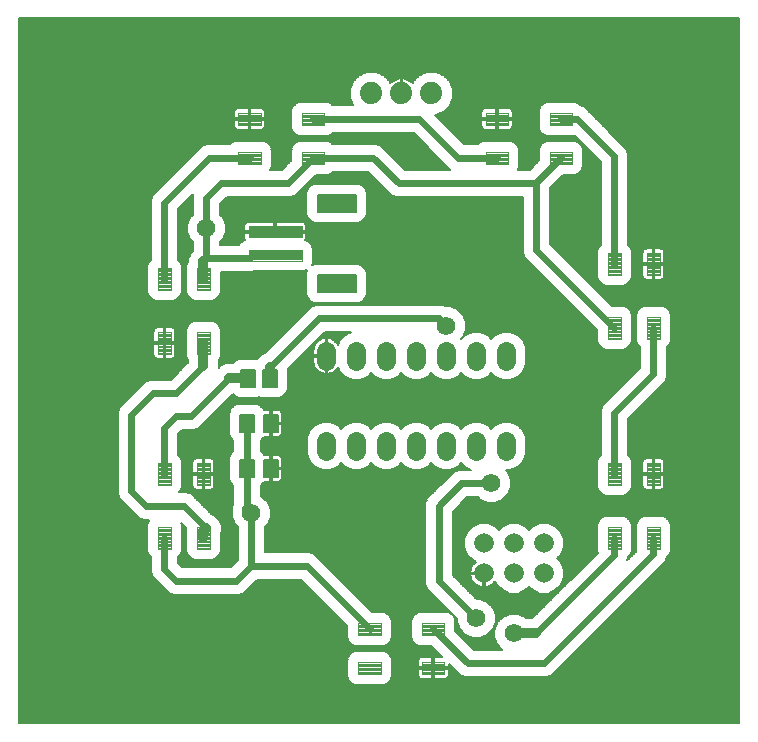
<source format=gtl>
G75*
%MOIN*%
%OFA0B0*%
%FSLAX24Y24*%
%IPPOS*%
%LPD*%
%AMOC8*
5,1,8,0,0,1.08239X$1,22.5*
%
%ADD10C,0.0051*%
%ADD11C,0.0039*%
%ADD12C,0.0063*%
%ADD13C,0.0620*%
%ADD14C,0.0654*%
%ADD15C,0.0740*%
%ADD16C,0.0047*%
%ADD17C,0.0060*%
%ADD18C,0.0615*%
%ADD19C,0.0320*%
%ADD20C,0.0240*%
%ADD21C,0.0200*%
D10*
X008285Y008870D02*
X008747Y008870D01*
X008285Y008870D02*
X008285Y009450D01*
X008747Y009450D01*
X008747Y008870D01*
X008747Y008918D02*
X008285Y008918D01*
X008285Y008966D02*
X008747Y008966D01*
X008747Y009014D02*
X008285Y009014D01*
X008285Y009062D02*
X008747Y009062D01*
X008747Y009110D02*
X008285Y009110D01*
X008285Y009158D02*
X008747Y009158D01*
X008747Y009206D02*
X008285Y009206D01*
X008285Y009254D02*
X008747Y009254D01*
X008747Y009302D02*
X008285Y009302D01*
X008285Y009350D02*
X008747Y009350D01*
X008747Y009398D02*
X008285Y009398D01*
X008285Y009446D02*
X008747Y009446D01*
X009073Y008870D02*
X009535Y008870D01*
X009073Y008870D02*
X009073Y009450D01*
X009535Y009450D01*
X009535Y008870D01*
X009535Y008918D02*
X009073Y008918D01*
X009073Y008966D02*
X009535Y008966D01*
X009535Y009014D02*
X009073Y009014D01*
X009073Y009062D02*
X009535Y009062D01*
X009535Y009110D02*
X009073Y009110D01*
X009073Y009158D02*
X009535Y009158D01*
X009535Y009206D02*
X009073Y009206D01*
X009073Y009254D02*
X009535Y009254D01*
X009535Y009302D02*
X009073Y009302D01*
X009073Y009350D02*
X009535Y009350D01*
X009535Y009398D02*
X009073Y009398D01*
X009073Y009446D02*
X009535Y009446D01*
X009535Y010370D02*
X009073Y010370D01*
X009073Y010950D01*
X009535Y010950D01*
X009535Y010370D01*
X009535Y010418D02*
X009073Y010418D01*
X009073Y010466D02*
X009535Y010466D01*
X009535Y010514D02*
X009073Y010514D01*
X009073Y010562D02*
X009535Y010562D01*
X009535Y010610D02*
X009073Y010610D01*
X009073Y010658D02*
X009535Y010658D01*
X009535Y010706D02*
X009073Y010706D01*
X009073Y010754D02*
X009535Y010754D01*
X009535Y010802D02*
X009073Y010802D01*
X009073Y010850D02*
X009535Y010850D01*
X009535Y010898D02*
X009073Y010898D01*
X009073Y010946D02*
X009535Y010946D01*
X008747Y010370D02*
X008285Y010370D01*
X008285Y010950D01*
X008747Y010950D01*
X008747Y010370D01*
X008747Y010418D02*
X008285Y010418D01*
X008285Y010466D02*
X008747Y010466D01*
X008747Y010514D02*
X008285Y010514D01*
X008285Y010562D02*
X008747Y010562D01*
X008747Y010610D02*
X008285Y010610D01*
X008285Y010658D02*
X008747Y010658D01*
X008747Y010706D02*
X008285Y010706D01*
X008285Y010754D02*
X008747Y010754D01*
X008747Y010802D02*
X008285Y010802D01*
X008285Y010850D02*
X008747Y010850D01*
X008747Y010898D02*
X008285Y010898D01*
X008285Y010946D02*
X008747Y010946D01*
X008767Y012430D02*
X008305Y012430D01*
X008767Y012430D02*
X008767Y011890D01*
X008305Y011890D01*
X008305Y012430D01*
X008305Y011938D02*
X008767Y011938D01*
X008767Y011986D02*
X008305Y011986D01*
X008305Y012034D02*
X008767Y012034D01*
X008767Y012082D02*
X008305Y012082D01*
X008305Y012130D02*
X008767Y012130D01*
X008767Y012178D02*
X008305Y012178D01*
X008305Y012226D02*
X008767Y012226D01*
X008767Y012274D02*
X008305Y012274D01*
X008305Y012322D02*
X008767Y012322D01*
X008767Y012370D02*
X008305Y012370D01*
X008305Y012418D02*
X008767Y012418D01*
X009053Y012430D02*
X009515Y012430D01*
X009515Y011890D01*
X009053Y011890D01*
X009053Y012430D01*
X009053Y011938D02*
X009515Y011938D01*
X009515Y011986D02*
X009053Y011986D01*
X009053Y012034D02*
X009515Y012034D01*
X009515Y012082D02*
X009053Y012082D01*
X009053Y012130D02*
X009515Y012130D01*
X009515Y012178D02*
X009053Y012178D01*
X009053Y012226D02*
X009515Y012226D01*
X009515Y012274D02*
X009053Y012274D01*
X009053Y012322D02*
X009515Y012322D01*
X009515Y012370D02*
X009053Y012370D01*
X009053Y012418D02*
X009515Y012418D01*
D11*
X008567Y016088D02*
X008567Y016444D01*
X010339Y016444D01*
X010339Y016088D01*
X008567Y016088D01*
X008567Y016125D02*
X010339Y016125D01*
X010339Y016162D02*
X008567Y016162D01*
X008567Y016199D02*
X010339Y016199D01*
X010339Y016236D02*
X008567Y016236D01*
X008567Y016273D02*
X010339Y016273D01*
X010339Y016310D02*
X008567Y016310D01*
X008567Y016347D02*
X010339Y016347D01*
X010339Y016384D02*
X008567Y016384D01*
X008567Y016421D02*
X010339Y016421D01*
X008567Y016876D02*
X008567Y017232D01*
X010339Y017232D01*
X010339Y016876D01*
X008567Y016876D01*
X008567Y016913D02*
X010339Y016913D01*
X010339Y016950D02*
X008567Y016950D01*
X008567Y016987D02*
X010339Y016987D01*
X010339Y017024D02*
X008567Y017024D01*
X008567Y017061D02*
X010339Y017061D01*
X010339Y017098D02*
X008567Y017098D01*
X008567Y017135D02*
X010339Y017135D01*
X010339Y017172D02*
X008567Y017172D01*
X008567Y017209D02*
X010339Y017209D01*
D12*
X010863Y017715D02*
X012139Y017715D01*
X010863Y017715D02*
X010863Y018283D01*
X012139Y018283D01*
X012139Y017715D01*
X012139Y017775D02*
X010863Y017775D01*
X010863Y017835D02*
X012139Y017835D01*
X012139Y017895D02*
X010863Y017895D01*
X010863Y017955D02*
X012139Y017955D01*
X012139Y018015D02*
X010863Y018015D01*
X010863Y018075D02*
X012139Y018075D01*
X012139Y018135D02*
X010863Y018135D01*
X010863Y018195D02*
X012139Y018195D01*
X012139Y018255D02*
X010863Y018255D01*
X010863Y015037D02*
X012139Y015037D01*
X010863Y015037D02*
X010863Y015605D01*
X012139Y015605D01*
X012139Y015037D01*
X012139Y015097D02*
X010863Y015097D01*
X010863Y015157D02*
X012139Y015157D01*
X012139Y015217D02*
X010863Y015217D01*
X010863Y015277D02*
X012139Y015277D01*
X012139Y015337D02*
X010863Y015337D01*
X010863Y015397D02*
X012139Y015397D01*
X012139Y015457D02*
X010863Y015457D01*
X010863Y015517D02*
X012139Y015517D01*
X012139Y015577D02*
X010863Y015577D01*
D13*
X011160Y013065D02*
X011160Y012755D01*
X012160Y012755D02*
X012160Y013065D01*
X013160Y013065D02*
X013160Y012755D01*
X014160Y012755D02*
X014160Y013065D01*
X015160Y013065D02*
X015160Y012755D01*
X016160Y012755D02*
X016160Y013065D01*
X017160Y013065D02*
X017160Y012755D01*
X017160Y010065D02*
X017160Y009755D01*
X016160Y009755D02*
X016160Y010065D01*
X015160Y010065D02*
X015160Y009755D01*
X014160Y009755D02*
X014160Y010065D01*
X013160Y010065D02*
X013160Y009755D01*
X012160Y009755D02*
X012160Y010065D01*
X011160Y010065D02*
X011160Y009755D01*
D14*
X016410Y006660D03*
X016410Y005660D03*
X017410Y005660D03*
X018410Y005660D03*
X018410Y006660D03*
X017410Y006660D03*
D15*
X014660Y021660D03*
X013660Y021660D03*
X012660Y021660D03*
D16*
X011093Y021023D02*
X010353Y021023D01*
X011093Y021023D02*
X011093Y020597D01*
X010353Y020597D01*
X010353Y021023D01*
X010353Y020642D02*
X011093Y020642D01*
X011093Y020687D02*
X010353Y020687D01*
X010353Y020732D02*
X011093Y020732D01*
X011093Y020777D02*
X010353Y020777D01*
X010353Y020822D02*
X011093Y020822D01*
X011093Y020867D02*
X010353Y020867D01*
X010353Y020912D02*
X011093Y020912D01*
X011093Y020957D02*
X010353Y020957D01*
X010353Y021002D02*
X011093Y021002D01*
X011093Y019723D02*
X010353Y019723D01*
X011093Y019723D02*
X011093Y019297D01*
X010353Y019297D01*
X010353Y019723D01*
X010353Y019342D02*
X011093Y019342D01*
X011093Y019387D02*
X010353Y019387D01*
X010353Y019432D02*
X011093Y019432D01*
X011093Y019477D02*
X010353Y019477D01*
X010353Y019522D02*
X011093Y019522D01*
X011093Y019567D02*
X010353Y019567D01*
X010353Y019612D02*
X011093Y019612D01*
X011093Y019657D02*
X010353Y019657D01*
X010353Y019702D02*
X011093Y019702D01*
X008967Y019723D02*
X008227Y019723D01*
X008967Y019723D02*
X008967Y019297D01*
X008227Y019297D01*
X008227Y019723D01*
X008227Y019342D02*
X008967Y019342D01*
X008967Y019387D02*
X008227Y019387D01*
X008227Y019432D02*
X008967Y019432D01*
X008967Y019477D02*
X008227Y019477D01*
X008227Y019522D02*
X008967Y019522D01*
X008967Y019567D02*
X008227Y019567D01*
X008227Y019612D02*
X008967Y019612D01*
X008967Y019657D02*
X008227Y019657D01*
X008227Y019702D02*
X008967Y019702D01*
X008967Y021023D02*
X008227Y021023D01*
X008967Y021023D02*
X008967Y020597D01*
X008227Y020597D01*
X008227Y021023D01*
X008227Y020642D02*
X008967Y020642D01*
X008967Y020687D02*
X008227Y020687D01*
X008227Y020732D02*
X008967Y020732D01*
X008967Y020777D02*
X008227Y020777D01*
X008227Y020822D02*
X008967Y020822D01*
X008967Y020867D02*
X008227Y020867D01*
X008227Y020912D02*
X008967Y020912D01*
X008967Y020957D02*
X008227Y020957D01*
X008227Y021002D02*
X008967Y021002D01*
X006847Y015843D02*
X006847Y015103D01*
X006847Y015843D02*
X007273Y015843D01*
X007273Y015103D01*
X006847Y015103D01*
X006847Y015148D02*
X007273Y015148D01*
X007273Y015193D02*
X006847Y015193D01*
X006847Y015238D02*
X007273Y015238D01*
X007273Y015283D02*
X006847Y015283D01*
X006847Y015328D02*
X007273Y015328D01*
X007273Y015373D02*
X006847Y015373D01*
X006847Y015418D02*
X007273Y015418D01*
X007273Y015463D02*
X006847Y015463D01*
X006847Y015508D02*
X007273Y015508D01*
X007273Y015553D02*
X006847Y015553D01*
X006847Y015598D02*
X007273Y015598D01*
X007273Y015643D02*
X006847Y015643D01*
X006847Y015688D02*
X007273Y015688D01*
X007273Y015733D02*
X006847Y015733D01*
X006847Y015778D02*
X007273Y015778D01*
X007273Y015823D02*
X006847Y015823D01*
X005547Y015843D02*
X005547Y015103D01*
X005547Y015843D02*
X005973Y015843D01*
X005973Y015103D01*
X005547Y015103D01*
X005547Y015148D02*
X005973Y015148D01*
X005973Y015193D02*
X005547Y015193D01*
X005547Y015238D02*
X005973Y015238D01*
X005973Y015283D02*
X005547Y015283D01*
X005547Y015328D02*
X005973Y015328D01*
X005973Y015373D02*
X005547Y015373D01*
X005547Y015418D02*
X005973Y015418D01*
X005973Y015463D02*
X005547Y015463D01*
X005547Y015508D02*
X005973Y015508D01*
X005973Y015553D02*
X005547Y015553D01*
X005547Y015598D02*
X005973Y015598D01*
X005973Y015643D02*
X005547Y015643D01*
X005547Y015688D02*
X005973Y015688D01*
X005973Y015733D02*
X005547Y015733D01*
X005547Y015778D02*
X005973Y015778D01*
X005973Y015823D02*
X005547Y015823D01*
X005547Y013717D02*
X005547Y012977D01*
X005547Y013717D02*
X005973Y013717D01*
X005973Y012977D01*
X005547Y012977D01*
X005547Y013022D02*
X005973Y013022D01*
X005973Y013067D02*
X005547Y013067D01*
X005547Y013112D02*
X005973Y013112D01*
X005973Y013157D02*
X005547Y013157D01*
X005547Y013202D02*
X005973Y013202D01*
X005973Y013247D02*
X005547Y013247D01*
X005547Y013292D02*
X005973Y013292D01*
X005973Y013337D02*
X005547Y013337D01*
X005547Y013382D02*
X005973Y013382D01*
X005973Y013427D02*
X005547Y013427D01*
X005547Y013472D02*
X005973Y013472D01*
X005973Y013517D02*
X005547Y013517D01*
X005547Y013562D02*
X005973Y013562D01*
X005973Y013607D02*
X005547Y013607D01*
X005547Y013652D02*
X005973Y013652D01*
X005973Y013697D02*
X005547Y013697D01*
X006847Y013717D02*
X006847Y012977D01*
X006847Y013717D02*
X007273Y013717D01*
X007273Y012977D01*
X006847Y012977D01*
X006847Y013022D02*
X007273Y013022D01*
X007273Y013067D02*
X006847Y013067D01*
X006847Y013112D02*
X007273Y013112D01*
X007273Y013157D02*
X006847Y013157D01*
X006847Y013202D02*
X007273Y013202D01*
X007273Y013247D02*
X006847Y013247D01*
X006847Y013292D02*
X007273Y013292D01*
X007273Y013337D02*
X006847Y013337D01*
X006847Y013382D02*
X007273Y013382D01*
X007273Y013427D02*
X006847Y013427D01*
X006847Y013472D02*
X007273Y013472D01*
X007273Y013517D02*
X006847Y013517D01*
X006847Y013562D02*
X007273Y013562D01*
X007273Y013607D02*
X006847Y013607D01*
X006847Y013652D02*
X007273Y013652D01*
X007273Y013697D02*
X006847Y013697D01*
X007273Y009343D02*
X007273Y008603D01*
X006847Y008603D01*
X006847Y009343D01*
X007273Y009343D01*
X007273Y008648D02*
X006847Y008648D01*
X006847Y008693D02*
X007273Y008693D01*
X007273Y008738D02*
X006847Y008738D01*
X006847Y008783D02*
X007273Y008783D01*
X007273Y008828D02*
X006847Y008828D01*
X006847Y008873D02*
X007273Y008873D01*
X007273Y008918D02*
X006847Y008918D01*
X006847Y008963D02*
X007273Y008963D01*
X007273Y009008D02*
X006847Y009008D01*
X006847Y009053D02*
X007273Y009053D01*
X007273Y009098D02*
X006847Y009098D01*
X006847Y009143D02*
X007273Y009143D01*
X007273Y009188D02*
X006847Y009188D01*
X006847Y009233D02*
X007273Y009233D01*
X007273Y009278D02*
X006847Y009278D01*
X006847Y009323D02*
X007273Y009323D01*
X005973Y009343D02*
X005973Y008603D01*
X005547Y008603D01*
X005547Y009343D01*
X005973Y009343D01*
X005973Y008648D02*
X005547Y008648D01*
X005547Y008693D02*
X005973Y008693D01*
X005973Y008738D02*
X005547Y008738D01*
X005547Y008783D02*
X005973Y008783D01*
X005973Y008828D02*
X005547Y008828D01*
X005547Y008873D02*
X005973Y008873D01*
X005973Y008918D02*
X005547Y008918D01*
X005547Y008963D02*
X005973Y008963D01*
X005973Y009008D02*
X005547Y009008D01*
X005547Y009053D02*
X005973Y009053D01*
X005973Y009098D02*
X005547Y009098D01*
X005547Y009143D02*
X005973Y009143D01*
X005973Y009188D02*
X005547Y009188D01*
X005547Y009233D02*
X005973Y009233D01*
X005973Y009278D02*
X005547Y009278D01*
X005547Y009323D02*
X005973Y009323D01*
X005973Y007217D02*
X005973Y006477D01*
X005547Y006477D01*
X005547Y007217D01*
X005973Y007217D01*
X005973Y006522D02*
X005547Y006522D01*
X005547Y006567D02*
X005973Y006567D01*
X005973Y006612D02*
X005547Y006612D01*
X005547Y006657D02*
X005973Y006657D01*
X005973Y006702D02*
X005547Y006702D01*
X005547Y006747D02*
X005973Y006747D01*
X005973Y006792D02*
X005547Y006792D01*
X005547Y006837D02*
X005973Y006837D01*
X005973Y006882D02*
X005547Y006882D01*
X005547Y006927D02*
X005973Y006927D01*
X005973Y006972D02*
X005547Y006972D01*
X005547Y007017D02*
X005973Y007017D01*
X005973Y007062D02*
X005547Y007062D01*
X005547Y007107D02*
X005973Y007107D01*
X005973Y007152D02*
X005547Y007152D01*
X005547Y007197D02*
X005973Y007197D01*
X007273Y007217D02*
X007273Y006477D01*
X006847Y006477D01*
X006847Y007217D01*
X007273Y007217D01*
X007273Y006522D02*
X006847Y006522D01*
X006847Y006567D02*
X007273Y006567D01*
X007273Y006612D02*
X006847Y006612D01*
X006847Y006657D02*
X007273Y006657D01*
X007273Y006702D02*
X006847Y006702D01*
X006847Y006747D02*
X007273Y006747D01*
X007273Y006792D02*
X006847Y006792D01*
X006847Y006837D02*
X007273Y006837D01*
X007273Y006882D02*
X006847Y006882D01*
X006847Y006927D02*
X007273Y006927D01*
X007273Y006972D02*
X006847Y006972D01*
X006847Y007017D02*
X007273Y007017D01*
X007273Y007062D02*
X006847Y007062D01*
X006847Y007107D02*
X007273Y007107D01*
X007273Y007152D02*
X006847Y007152D01*
X006847Y007197D02*
X007273Y007197D01*
X012227Y003597D02*
X012967Y003597D01*
X012227Y003597D02*
X012227Y004023D01*
X012967Y004023D01*
X012967Y003597D01*
X012967Y003642D02*
X012227Y003642D01*
X012227Y003687D02*
X012967Y003687D01*
X012967Y003732D02*
X012227Y003732D01*
X012227Y003777D02*
X012967Y003777D01*
X012967Y003822D02*
X012227Y003822D01*
X012227Y003867D02*
X012967Y003867D01*
X012967Y003912D02*
X012227Y003912D01*
X012227Y003957D02*
X012967Y003957D01*
X012967Y004002D02*
X012227Y004002D01*
X012227Y002297D02*
X012967Y002297D01*
X012227Y002297D02*
X012227Y002723D01*
X012967Y002723D01*
X012967Y002297D01*
X012967Y002342D02*
X012227Y002342D01*
X012227Y002387D02*
X012967Y002387D01*
X012967Y002432D02*
X012227Y002432D01*
X012227Y002477D02*
X012967Y002477D01*
X012967Y002522D02*
X012227Y002522D01*
X012227Y002567D02*
X012967Y002567D01*
X012967Y002612D02*
X012227Y002612D01*
X012227Y002657D02*
X012967Y002657D01*
X012967Y002702D02*
X012227Y002702D01*
X014353Y002297D02*
X015093Y002297D01*
X014353Y002297D02*
X014353Y002723D01*
X015093Y002723D01*
X015093Y002297D01*
X015093Y002342D02*
X014353Y002342D01*
X014353Y002387D02*
X015093Y002387D01*
X015093Y002432D02*
X014353Y002432D01*
X014353Y002477D02*
X015093Y002477D01*
X015093Y002522D02*
X014353Y002522D01*
X014353Y002567D02*
X015093Y002567D01*
X015093Y002612D02*
X014353Y002612D01*
X014353Y002657D02*
X015093Y002657D01*
X015093Y002702D02*
X014353Y002702D01*
X014353Y003597D02*
X015093Y003597D01*
X014353Y003597D02*
X014353Y004023D01*
X015093Y004023D01*
X015093Y003597D01*
X015093Y003642D02*
X014353Y003642D01*
X014353Y003687D02*
X015093Y003687D01*
X015093Y003732D02*
X014353Y003732D01*
X014353Y003777D02*
X015093Y003777D01*
X015093Y003822D02*
X014353Y003822D01*
X014353Y003867D02*
X015093Y003867D01*
X015093Y003912D02*
X014353Y003912D01*
X014353Y003957D02*
X015093Y003957D01*
X015093Y004002D02*
X014353Y004002D01*
X020973Y006477D02*
X020973Y007217D01*
X020973Y006477D02*
X020547Y006477D01*
X020547Y007217D01*
X020973Y007217D01*
X020973Y006522D02*
X020547Y006522D01*
X020547Y006567D02*
X020973Y006567D01*
X020973Y006612D02*
X020547Y006612D01*
X020547Y006657D02*
X020973Y006657D01*
X020973Y006702D02*
X020547Y006702D01*
X020547Y006747D02*
X020973Y006747D01*
X020973Y006792D02*
X020547Y006792D01*
X020547Y006837D02*
X020973Y006837D01*
X020973Y006882D02*
X020547Y006882D01*
X020547Y006927D02*
X020973Y006927D01*
X020973Y006972D02*
X020547Y006972D01*
X020547Y007017D02*
X020973Y007017D01*
X020973Y007062D02*
X020547Y007062D01*
X020547Y007107D02*
X020973Y007107D01*
X020973Y007152D02*
X020547Y007152D01*
X020547Y007197D02*
X020973Y007197D01*
X022273Y007217D02*
X022273Y006477D01*
X021847Y006477D01*
X021847Y007217D01*
X022273Y007217D01*
X022273Y006522D02*
X021847Y006522D01*
X021847Y006567D02*
X022273Y006567D01*
X022273Y006612D02*
X021847Y006612D01*
X021847Y006657D02*
X022273Y006657D01*
X022273Y006702D02*
X021847Y006702D01*
X021847Y006747D02*
X022273Y006747D01*
X022273Y006792D02*
X021847Y006792D01*
X021847Y006837D02*
X022273Y006837D01*
X022273Y006882D02*
X021847Y006882D01*
X021847Y006927D02*
X022273Y006927D01*
X022273Y006972D02*
X021847Y006972D01*
X021847Y007017D02*
X022273Y007017D01*
X022273Y007062D02*
X021847Y007062D01*
X021847Y007107D02*
X022273Y007107D01*
X022273Y007152D02*
X021847Y007152D01*
X021847Y007197D02*
X022273Y007197D01*
X022273Y008603D02*
X022273Y009343D01*
X022273Y008603D02*
X021847Y008603D01*
X021847Y009343D01*
X022273Y009343D01*
X022273Y008648D02*
X021847Y008648D01*
X021847Y008693D02*
X022273Y008693D01*
X022273Y008738D02*
X021847Y008738D01*
X021847Y008783D02*
X022273Y008783D01*
X022273Y008828D02*
X021847Y008828D01*
X021847Y008873D02*
X022273Y008873D01*
X022273Y008918D02*
X021847Y008918D01*
X021847Y008963D02*
X022273Y008963D01*
X022273Y009008D02*
X021847Y009008D01*
X021847Y009053D02*
X022273Y009053D01*
X022273Y009098D02*
X021847Y009098D01*
X021847Y009143D02*
X022273Y009143D01*
X022273Y009188D02*
X021847Y009188D01*
X021847Y009233D02*
X022273Y009233D01*
X022273Y009278D02*
X021847Y009278D01*
X021847Y009323D02*
X022273Y009323D01*
X020973Y009343D02*
X020973Y008603D01*
X020547Y008603D01*
X020547Y009343D01*
X020973Y009343D01*
X020973Y008648D02*
X020547Y008648D01*
X020547Y008693D02*
X020973Y008693D01*
X020973Y008738D02*
X020547Y008738D01*
X020547Y008783D02*
X020973Y008783D01*
X020973Y008828D02*
X020547Y008828D01*
X020547Y008873D02*
X020973Y008873D01*
X020973Y008918D02*
X020547Y008918D01*
X020547Y008963D02*
X020973Y008963D01*
X020973Y009008D02*
X020547Y009008D01*
X020547Y009053D02*
X020973Y009053D01*
X020973Y009098D02*
X020547Y009098D01*
X020547Y009143D02*
X020973Y009143D01*
X020973Y009188D02*
X020547Y009188D01*
X020547Y009233D02*
X020973Y009233D01*
X020973Y009278D02*
X020547Y009278D01*
X020547Y009323D02*
X020973Y009323D01*
X020973Y013477D02*
X020973Y014217D01*
X020973Y013477D02*
X020547Y013477D01*
X020547Y014217D01*
X020973Y014217D01*
X020973Y013522D02*
X020547Y013522D01*
X020547Y013567D02*
X020973Y013567D01*
X020973Y013612D02*
X020547Y013612D01*
X020547Y013657D02*
X020973Y013657D01*
X020973Y013702D02*
X020547Y013702D01*
X020547Y013747D02*
X020973Y013747D01*
X020973Y013792D02*
X020547Y013792D01*
X020547Y013837D02*
X020973Y013837D01*
X020973Y013882D02*
X020547Y013882D01*
X020547Y013927D02*
X020973Y013927D01*
X020973Y013972D02*
X020547Y013972D01*
X020547Y014017D02*
X020973Y014017D01*
X020973Y014062D02*
X020547Y014062D01*
X020547Y014107D02*
X020973Y014107D01*
X020973Y014152D02*
X020547Y014152D01*
X020547Y014197D02*
X020973Y014197D01*
X022273Y014217D02*
X022273Y013477D01*
X021847Y013477D01*
X021847Y014217D01*
X022273Y014217D01*
X022273Y013522D02*
X021847Y013522D01*
X021847Y013567D02*
X022273Y013567D01*
X022273Y013612D02*
X021847Y013612D01*
X021847Y013657D02*
X022273Y013657D01*
X022273Y013702D02*
X021847Y013702D01*
X021847Y013747D02*
X022273Y013747D01*
X022273Y013792D02*
X021847Y013792D01*
X021847Y013837D02*
X022273Y013837D01*
X022273Y013882D02*
X021847Y013882D01*
X021847Y013927D02*
X022273Y013927D01*
X022273Y013972D02*
X021847Y013972D01*
X021847Y014017D02*
X022273Y014017D01*
X022273Y014062D02*
X021847Y014062D01*
X021847Y014107D02*
X022273Y014107D01*
X022273Y014152D02*
X021847Y014152D01*
X021847Y014197D02*
X022273Y014197D01*
X022273Y015603D02*
X022273Y016343D01*
X022273Y015603D02*
X021847Y015603D01*
X021847Y016343D01*
X022273Y016343D01*
X022273Y015648D02*
X021847Y015648D01*
X021847Y015693D02*
X022273Y015693D01*
X022273Y015738D02*
X021847Y015738D01*
X021847Y015783D02*
X022273Y015783D01*
X022273Y015828D02*
X021847Y015828D01*
X021847Y015873D02*
X022273Y015873D01*
X022273Y015918D02*
X021847Y015918D01*
X021847Y015963D02*
X022273Y015963D01*
X022273Y016008D02*
X021847Y016008D01*
X021847Y016053D02*
X022273Y016053D01*
X022273Y016098D02*
X021847Y016098D01*
X021847Y016143D02*
X022273Y016143D01*
X022273Y016188D02*
X021847Y016188D01*
X021847Y016233D02*
X022273Y016233D01*
X022273Y016278D02*
X021847Y016278D01*
X021847Y016323D02*
X022273Y016323D01*
X020973Y016343D02*
X020973Y015603D01*
X020547Y015603D01*
X020547Y016343D01*
X020973Y016343D01*
X020973Y015648D02*
X020547Y015648D01*
X020547Y015693D02*
X020973Y015693D01*
X020973Y015738D02*
X020547Y015738D01*
X020547Y015783D02*
X020973Y015783D01*
X020973Y015828D02*
X020547Y015828D01*
X020547Y015873D02*
X020973Y015873D01*
X020973Y015918D02*
X020547Y015918D01*
X020547Y015963D02*
X020973Y015963D01*
X020973Y016008D02*
X020547Y016008D01*
X020547Y016053D02*
X020973Y016053D01*
X020973Y016098D02*
X020547Y016098D01*
X020547Y016143D02*
X020973Y016143D01*
X020973Y016188D02*
X020547Y016188D01*
X020547Y016233D02*
X020973Y016233D01*
X020973Y016278D02*
X020547Y016278D01*
X020547Y016323D02*
X020973Y016323D01*
X019343Y019723D02*
X018603Y019723D01*
X019343Y019723D02*
X019343Y019297D01*
X018603Y019297D01*
X018603Y019723D01*
X018603Y019342D02*
X019343Y019342D01*
X019343Y019387D02*
X018603Y019387D01*
X018603Y019432D02*
X019343Y019432D01*
X019343Y019477D02*
X018603Y019477D01*
X018603Y019522D02*
X019343Y019522D01*
X019343Y019567D02*
X018603Y019567D01*
X018603Y019612D02*
X019343Y019612D01*
X019343Y019657D02*
X018603Y019657D01*
X018603Y019702D02*
X019343Y019702D01*
X019343Y021023D02*
X018603Y021023D01*
X019343Y021023D02*
X019343Y020597D01*
X018603Y020597D01*
X018603Y021023D01*
X018603Y020642D02*
X019343Y020642D01*
X019343Y020687D02*
X018603Y020687D01*
X018603Y020732D02*
X019343Y020732D01*
X019343Y020777D02*
X018603Y020777D01*
X018603Y020822D02*
X019343Y020822D01*
X019343Y020867D02*
X018603Y020867D01*
X018603Y020912D02*
X019343Y020912D01*
X019343Y020957D02*
X018603Y020957D01*
X018603Y021002D02*
X019343Y021002D01*
X017217Y021023D02*
X016477Y021023D01*
X017217Y021023D02*
X017217Y020597D01*
X016477Y020597D01*
X016477Y021023D01*
X016477Y020642D02*
X017217Y020642D01*
X017217Y020687D02*
X016477Y020687D01*
X016477Y020732D02*
X017217Y020732D01*
X017217Y020777D02*
X016477Y020777D01*
X016477Y020822D02*
X017217Y020822D01*
X017217Y020867D02*
X016477Y020867D01*
X016477Y020912D02*
X017217Y020912D01*
X017217Y020957D02*
X016477Y020957D01*
X016477Y021002D02*
X017217Y021002D01*
X017217Y019723D02*
X016477Y019723D01*
X017217Y019723D02*
X017217Y019297D01*
X016477Y019297D01*
X016477Y019723D01*
X016477Y019342D02*
X017217Y019342D01*
X017217Y019387D02*
X016477Y019387D01*
X016477Y019432D02*
X017217Y019432D01*
X017217Y019477D02*
X016477Y019477D01*
X016477Y019522D02*
X017217Y019522D01*
X017217Y019567D02*
X016477Y019567D01*
X016477Y019612D02*
X017217Y019612D01*
X017217Y019657D02*
X016477Y019657D01*
X016477Y019702D02*
X017217Y019702D01*
D17*
X000910Y024160D02*
X000910Y000660D01*
X024910Y000660D01*
X024910Y024160D01*
X000910Y024160D01*
X000910Y024153D02*
X024910Y024153D01*
X024910Y024094D02*
X000910Y024094D01*
X000910Y024036D02*
X024910Y024036D01*
X024910Y023977D02*
X000910Y023977D01*
X000910Y023919D02*
X024910Y023919D01*
X024910Y023860D02*
X000910Y023860D01*
X000910Y023802D02*
X024910Y023802D01*
X024910Y023743D02*
X000910Y023743D01*
X000910Y023685D02*
X024910Y023685D01*
X024910Y023626D02*
X000910Y023626D01*
X000910Y023568D02*
X024910Y023568D01*
X024910Y023509D02*
X000910Y023509D01*
X000910Y023451D02*
X024910Y023451D01*
X024910Y023392D02*
X000910Y023392D01*
X000910Y023334D02*
X024910Y023334D01*
X024910Y023275D02*
X000910Y023275D01*
X000910Y023217D02*
X024910Y023217D01*
X024910Y023158D02*
X000910Y023158D01*
X000910Y023100D02*
X024910Y023100D01*
X024910Y023041D02*
X000910Y023041D01*
X000910Y022983D02*
X024910Y022983D01*
X024910Y022924D02*
X000910Y022924D01*
X000910Y022866D02*
X024910Y022866D01*
X024910Y022807D02*
X000910Y022807D01*
X000910Y022749D02*
X024910Y022749D01*
X024910Y022690D02*
X000910Y022690D01*
X000910Y022632D02*
X024910Y022632D01*
X024910Y022573D02*
X000910Y022573D01*
X000910Y022515D02*
X024910Y022515D01*
X024910Y022456D02*
X000910Y022456D01*
X000910Y022398D02*
X024910Y022398D01*
X024910Y022339D02*
X014883Y022339D01*
X014802Y022373D02*
X015064Y022264D01*
X015264Y022064D01*
X015373Y021802D01*
X015373Y021518D01*
X015264Y021256D01*
X015064Y021056D01*
X014802Y020947D01*
X014777Y020947D01*
X015751Y019973D01*
X016209Y019973D01*
X016269Y020033D01*
X016404Y020089D01*
X017290Y020089D01*
X017425Y020033D01*
X017528Y019930D01*
X017583Y019796D01*
X017583Y019225D01*
X017541Y019123D01*
X017931Y019123D01*
X018237Y019428D01*
X018237Y019796D01*
X018292Y019930D01*
X018395Y020033D01*
X018530Y020089D01*
X019416Y020089D01*
X019551Y020033D01*
X019654Y019930D01*
X019709Y019796D01*
X019709Y019225D01*
X019654Y019090D01*
X019551Y018987D01*
X019416Y018932D01*
X019048Y018932D01*
X018623Y018506D01*
X018623Y016639D01*
X020678Y014583D01*
X021046Y014583D01*
X021180Y014528D01*
X021283Y014425D01*
X021339Y014290D01*
X021339Y013404D01*
X021283Y013269D01*
X021180Y013166D01*
X021046Y013111D01*
X020475Y013111D01*
X020340Y013166D01*
X020237Y013269D01*
X020182Y013404D01*
X020182Y013772D01*
X017898Y016055D01*
X017898Y016055D01*
X017768Y016185D01*
X017697Y016355D01*
X017697Y018197D01*
X013481Y018197D01*
X013311Y018268D01*
X013181Y018398D01*
X012531Y019048D01*
X011361Y019048D01*
X011301Y018987D01*
X011166Y018932D01*
X010798Y018932D01*
X010265Y018398D01*
X010135Y018268D01*
X009965Y018197D01*
X007852Y018197D01*
X007623Y017968D01*
X007623Y017617D01*
X007711Y017528D01*
X007810Y017289D01*
X007810Y017031D01*
X007711Y016792D01*
X007623Y016703D01*
X007623Y016623D01*
X008250Y016623D01*
X008260Y016649D01*
X008362Y016751D01*
X008447Y016786D01*
X008428Y016819D01*
X008418Y016857D01*
X008418Y017024D01*
X009423Y017024D01*
X009423Y017084D01*
X008418Y017084D01*
X008418Y017251D01*
X008428Y017289D01*
X008448Y017323D01*
X008476Y017351D01*
X008510Y017370D01*
X008548Y017381D01*
X009423Y017381D01*
X009423Y017084D01*
X009483Y017084D01*
X009483Y017381D01*
X010359Y017381D01*
X010397Y017370D01*
X010431Y017351D01*
X010459Y017323D01*
X010479Y017289D01*
X010489Y017251D01*
X010489Y017084D01*
X009483Y017084D01*
X009483Y017024D01*
X010489Y017024D01*
X010489Y016857D01*
X010479Y016819D01*
X010460Y016786D01*
X010544Y016751D01*
X010646Y016649D01*
X010701Y016516D01*
X010701Y016017D01*
X010664Y015928D01*
X010788Y015979D01*
X012213Y015979D01*
X012350Y015922D01*
X012455Y015817D01*
X012512Y015679D01*
X012512Y014964D01*
X012455Y014826D01*
X012350Y014721D01*
X012213Y014664D01*
X010788Y014664D01*
X010651Y014721D01*
X010546Y014826D01*
X010489Y014964D01*
X010489Y015679D01*
X010528Y015775D01*
X010411Y015727D01*
X008760Y015727D01*
X008689Y015697D01*
X007638Y015697D01*
X007638Y015030D01*
X007583Y014895D01*
X007480Y014792D01*
X007345Y014737D01*
X006774Y014737D01*
X006640Y014792D01*
X006537Y014895D01*
X006481Y015030D01*
X006481Y015916D01*
X006537Y016051D01*
X006557Y016071D01*
X006557Y016160D01*
X006634Y016344D01*
X006697Y016408D01*
X006697Y016703D01*
X006609Y016792D01*
X006510Y017031D01*
X006510Y017289D01*
X006609Y017528D01*
X006697Y017617D01*
X006697Y018252D01*
X006727Y018322D01*
X006223Y017819D01*
X006223Y016111D01*
X006283Y016051D01*
X006339Y015916D01*
X006339Y015030D01*
X006283Y014895D01*
X006180Y014792D01*
X006046Y014737D01*
X005475Y014737D01*
X005340Y014792D01*
X005237Y014895D01*
X005182Y015030D01*
X005182Y015916D01*
X005237Y016051D01*
X005298Y016111D01*
X005298Y018102D01*
X005368Y018272D01*
X006998Y019903D01*
X007168Y019973D01*
X007959Y019973D01*
X008019Y020033D01*
X008154Y020089D01*
X009040Y020089D01*
X009175Y020033D01*
X009278Y019930D01*
X009333Y019796D01*
X009333Y019225D01*
X009291Y019123D01*
X009681Y019123D01*
X009987Y019428D01*
X009987Y019796D01*
X010042Y019930D01*
X010145Y020033D01*
X010280Y020089D01*
X011166Y020089D01*
X011301Y020033D01*
X011361Y019973D01*
X012815Y019973D01*
X012985Y019903D01*
X013115Y019772D01*
X013765Y019123D01*
X015293Y019123D01*
X014069Y020347D01*
X011361Y020347D01*
X011301Y020287D01*
X011166Y020231D01*
X010280Y020231D01*
X010145Y020287D01*
X010042Y020390D01*
X009987Y020524D01*
X009987Y021095D01*
X010042Y021230D01*
X010145Y021333D01*
X010280Y021388D01*
X011166Y021388D01*
X011301Y021333D01*
X011361Y021272D01*
X012049Y021272D01*
X011947Y021518D01*
X011947Y021802D01*
X012056Y022064D01*
X012256Y022264D01*
X012518Y022373D01*
X012802Y022373D01*
X013064Y022264D01*
X013264Y022064D01*
X013291Y021998D01*
X013334Y022041D01*
X013398Y022088D01*
X013468Y022123D01*
X013543Y022148D01*
X013621Y022160D01*
X013630Y022160D01*
X013630Y021690D01*
X013690Y021690D01*
X013690Y022160D01*
X013699Y022160D01*
X013777Y022148D01*
X013852Y022123D01*
X013922Y022088D01*
X013986Y022041D01*
X014029Y021998D01*
X014056Y022064D01*
X014256Y022264D01*
X014518Y022373D01*
X014802Y022373D01*
X015024Y022281D02*
X024910Y022281D01*
X024910Y022222D02*
X015106Y022222D01*
X015164Y022164D02*
X024910Y022164D01*
X024910Y022105D02*
X015223Y022105D01*
X015271Y022047D02*
X024910Y022047D01*
X024910Y021988D02*
X015295Y021988D01*
X015320Y021930D02*
X024910Y021930D01*
X024910Y021871D02*
X015344Y021871D01*
X015368Y021813D02*
X024910Y021813D01*
X024910Y021754D02*
X015373Y021754D01*
X015373Y021696D02*
X024910Y021696D01*
X024910Y021637D02*
X015373Y021637D01*
X015373Y021579D02*
X024910Y021579D01*
X024910Y021520D02*
X015373Y021520D01*
X015349Y021462D02*
X024910Y021462D01*
X024910Y021403D02*
X015325Y021403D01*
X015301Y021345D02*
X018424Y021345D01*
X018395Y021333D02*
X018530Y021388D01*
X019416Y021388D01*
X019551Y021333D01*
X019617Y021266D01*
X019772Y021202D01*
X021153Y019822D01*
X021223Y019652D01*
X021223Y016611D01*
X021283Y016551D01*
X021339Y016416D01*
X021339Y015530D01*
X021283Y015395D01*
X021180Y015292D01*
X021046Y015237D01*
X020475Y015237D01*
X020340Y015292D01*
X020237Y015395D01*
X020182Y015530D01*
X020182Y016416D01*
X020237Y016551D01*
X020298Y016611D01*
X020298Y019368D01*
X019429Y020236D01*
X019416Y020231D01*
X018530Y020231D01*
X018395Y020287D01*
X018292Y020390D01*
X018237Y020524D01*
X018237Y021095D01*
X018292Y021230D01*
X018395Y021333D01*
X018349Y021286D02*
X015276Y021286D01*
X015235Y021228D02*
X018292Y021228D01*
X018267Y021169D02*
X017263Y021169D01*
X017276Y021165D02*
X017237Y021176D01*
X016877Y021176D01*
X016877Y020840D01*
X016817Y020840D01*
X016817Y021176D01*
X016457Y021176D01*
X016418Y021165D01*
X016383Y021145D01*
X016354Y021117D01*
X016334Y021081D01*
X016323Y021042D01*
X016323Y020840D01*
X016817Y020840D01*
X016817Y020780D01*
X016323Y020780D01*
X016323Y020577D01*
X016334Y020538D01*
X016354Y020503D01*
X016383Y020474D01*
X016418Y020454D01*
X016457Y020443D01*
X016817Y020443D01*
X016817Y020780D01*
X016877Y020780D01*
X016877Y020840D01*
X017371Y020840D01*
X017371Y021042D01*
X017360Y021081D01*
X017340Y021117D01*
X017311Y021145D01*
X017276Y021165D01*
X017343Y021111D02*
X018243Y021111D01*
X018237Y021052D02*
X017368Y021052D01*
X017371Y020994D02*
X018237Y020994D01*
X018237Y020935D02*
X017371Y020935D01*
X017371Y020877D02*
X018237Y020877D01*
X018237Y020818D02*
X016877Y020818D01*
X016877Y020780D02*
X017371Y020780D01*
X017371Y020577D01*
X017360Y020538D01*
X017340Y020503D01*
X017311Y020474D01*
X017276Y020454D01*
X017237Y020443D01*
X016877Y020443D01*
X016877Y020780D01*
X016877Y020760D02*
X016817Y020760D01*
X016817Y020818D02*
X014906Y020818D01*
X014848Y020877D02*
X016323Y020877D01*
X016323Y020935D02*
X014789Y020935D01*
X014913Y020994D02*
X016323Y020994D01*
X016326Y021052D02*
X015054Y021052D01*
X015118Y021111D02*
X016351Y021111D01*
X016431Y021169D02*
X015177Y021169D01*
X014965Y020760D02*
X016323Y020760D01*
X016323Y020701D02*
X015023Y020701D01*
X015082Y020643D02*
X016323Y020643D01*
X016323Y020584D02*
X015140Y020584D01*
X015199Y020526D02*
X016341Y020526D01*
X016395Y020467D02*
X015257Y020467D01*
X015316Y020409D02*
X018285Y020409D01*
X018260Y020467D02*
X017299Y020467D01*
X017353Y020526D02*
X018237Y020526D01*
X018237Y020584D02*
X017371Y020584D01*
X017371Y020643D02*
X018237Y020643D01*
X018237Y020701D02*
X017371Y020701D01*
X017371Y020760D02*
X018237Y020760D01*
X018332Y020350D02*
X015374Y020350D01*
X015433Y020292D02*
X018390Y020292D01*
X018525Y020233D02*
X015491Y020233D01*
X015550Y020175D02*
X019491Y020175D01*
X019433Y020233D02*
X019421Y020233D01*
X019550Y020116D02*
X015608Y020116D01*
X015667Y020058D02*
X016328Y020058D01*
X016235Y019999D02*
X015725Y019999D01*
X015060Y019356D02*
X013532Y019356D01*
X013474Y019414D02*
X015002Y019414D01*
X014943Y019473D02*
X013415Y019473D01*
X013357Y019531D02*
X014885Y019531D01*
X014826Y019590D02*
X013298Y019590D01*
X013240Y019648D02*
X014768Y019648D01*
X014709Y019707D02*
X013181Y019707D01*
X013123Y019765D02*
X014651Y019765D01*
X014592Y019824D02*
X013064Y019824D01*
X013006Y019882D02*
X014534Y019882D01*
X014475Y019941D02*
X012893Y019941D01*
X013591Y019297D02*
X015119Y019297D01*
X015177Y019239D02*
X013649Y019239D01*
X013708Y019180D02*
X015236Y019180D01*
X014417Y019999D02*
X011335Y019999D01*
X011242Y020058D02*
X014358Y020058D01*
X014300Y020116D02*
X000910Y020116D01*
X000910Y020058D02*
X008078Y020058D01*
X007985Y019999D02*
X000910Y019999D01*
X000910Y019941D02*
X007090Y019941D01*
X006978Y019882D02*
X000910Y019882D01*
X000910Y019824D02*
X006919Y019824D01*
X006861Y019765D02*
X000910Y019765D01*
X000910Y019707D02*
X006802Y019707D01*
X006744Y019648D02*
X000910Y019648D01*
X000910Y019590D02*
X006685Y019590D01*
X006627Y019531D02*
X000910Y019531D01*
X000910Y019473D02*
X006568Y019473D01*
X006510Y019414D02*
X000910Y019414D01*
X000910Y019356D02*
X006451Y019356D01*
X006393Y019297D02*
X000910Y019297D01*
X000910Y019239D02*
X006334Y019239D01*
X006276Y019180D02*
X000910Y019180D01*
X000910Y019122D02*
X006217Y019122D01*
X006159Y019063D02*
X000910Y019063D01*
X000910Y019005D02*
X006100Y019005D01*
X006042Y018946D02*
X000910Y018946D01*
X000910Y018888D02*
X005983Y018888D01*
X005925Y018829D02*
X000910Y018829D01*
X000910Y018771D02*
X005866Y018771D01*
X005808Y018712D02*
X000910Y018712D01*
X000910Y018654D02*
X005749Y018654D01*
X005691Y018595D02*
X000910Y018595D01*
X000910Y018537D02*
X005632Y018537D01*
X005574Y018478D02*
X000910Y018478D01*
X000910Y018420D02*
X005515Y018420D01*
X005457Y018361D02*
X000910Y018361D01*
X000910Y018303D02*
X005398Y018303D01*
X005356Y018244D02*
X000910Y018244D01*
X000910Y018186D02*
X005332Y018186D01*
X005308Y018127D02*
X000910Y018127D01*
X000910Y018069D02*
X005298Y018069D01*
X005298Y018010D02*
X000910Y018010D01*
X000910Y017952D02*
X005298Y017952D01*
X005298Y017893D02*
X000910Y017893D01*
X000910Y017835D02*
X005298Y017835D01*
X005298Y017776D02*
X000910Y017776D01*
X000910Y017718D02*
X005298Y017718D01*
X005298Y017659D02*
X000910Y017659D01*
X000910Y017601D02*
X005298Y017601D01*
X005298Y017542D02*
X000910Y017542D01*
X000910Y017484D02*
X005298Y017484D01*
X005298Y017425D02*
X000910Y017425D01*
X000910Y017367D02*
X005298Y017367D01*
X005298Y017308D02*
X000910Y017308D01*
X000910Y017250D02*
X005298Y017250D01*
X005298Y017191D02*
X000910Y017191D01*
X000910Y017133D02*
X005298Y017133D01*
X005298Y017074D02*
X000910Y017074D01*
X000910Y017016D02*
X005298Y017016D01*
X005298Y016957D02*
X000910Y016957D01*
X000910Y016899D02*
X005298Y016899D01*
X005298Y016840D02*
X000910Y016840D01*
X000910Y016782D02*
X005298Y016782D01*
X005298Y016723D02*
X000910Y016723D01*
X000910Y016665D02*
X005298Y016665D01*
X005298Y016606D02*
X000910Y016606D01*
X000910Y016548D02*
X005298Y016548D01*
X005298Y016489D02*
X000910Y016489D01*
X000910Y016431D02*
X005298Y016431D01*
X005298Y016372D02*
X000910Y016372D01*
X000910Y016314D02*
X005298Y016314D01*
X005298Y016255D02*
X000910Y016255D01*
X000910Y016197D02*
X005298Y016197D01*
X005298Y016138D02*
X000910Y016138D01*
X000910Y016080D02*
X005266Y016080D01*
X005225Y016021D02*
X000910Y016021D01*
X000910Y015963D02*
X005201Y015963D01*
X005182Y015904D02*
X000910Y015904D01*
X000910Y015846D02*
X005182Y015846D01*
X005182Y015787D02*
X000910Y015787D01*
X000910Y015729D02*
X005182Y015729D01*
X005182Y015670D02*
X000910Y015670D01*
X000910Y015612D02*
X005182Y015612D01*
X005182Y015553D02*
X000910Y015553D01*
X000910Y015495D02*
X005182Y015495D01*
X005182Y015436D02*
X000910Y015436D01*
X000910Y015378D02*
X005182Y015378D01*
X005182Y015319D02*
X000910Y015319D01*
X000910Y015261D02*
X005182Y015261D01*
X005182Y015202D02*
X000910Y015202D01*
X000910Y015144D02*
X005182Y015144D01*
X005182Y015085D02*
X000910Y015085D01*
X000910Y015027D02*
X005183Y015027D01*
X005207Y014968D02*
X000910Y014968D01*
X000910Y014910D02*
X005232Y014910D01*
X005282Y014851D02*
X000910Y014851D01*
X000910Y014793D02*
X005340Y014793D01*
X005528Y013871D02*
X005488Y013860D01*
X005453Y013840D01*
X005425Y013811D01*
X005405Y013776D01*
X005394Y013737D01*
X005394Y013377D01*
X005730Y013377D01*
X005730Y013317D01*
X005394Y013317D01*
X005394Y012957D01*
X005405Y012918D01*
X005425Y012883D01*
X005453Y012854D01*
X005488Y012834D01*
X005528Y012823D01*
X005730Y012823D01*
X005730Y013317D01*
X005790Y013317D01*
X005790Y012823D01*
X005993Y012823D01*
X006032Y012834D01*
X006067Y012854D01*
X006096Y012883D01*
X006116Y012918D01*
X006127Y012957D01*
X006127Y013317D01*
X005790Y013317D01*
X005790Y013377D01*
X005730Y013377D01*
X005730Y013871D01*
X005528Y013871D01*
X005482Y013857D02*
X000910Y013857D01*
X000910Y013915D02*
X006533Y013915D01*
X006537Y013925D02*
X006481Y013790D01*
X006481Y012904D01*
X006537Y012769D01*
X006557Y012749D01*
X006557Y012711D01*
X005968Y012123D01*
X005281Y012123D01*
X005111Y012052D01*
X004980Y011922D01*
X004268Y011209D01*
X004197Y011039D01*
X004197Y008318D01*
X004268Y008148D01*
X004768Y007648D01*
X004898Y007518D01*
X005068Y007447D01*
X005260Y007447D01*
X005237Y007425D01*
X005182Y007290D01*
X005182Y006404D01*
X005237Y006269D01*
X005298Y006209D01*
X005298Y005718D01*
X005368Y005548D01*
X005768Y005148D01*
X005898Y005018D01*
X006068Y004947D01*
X008252Y004947D01*
X008422Y005018D01*
X008852Y005447D01*
X010305Y005447D01*
X011861Y003892D01*
X011861Y003524D01*
X011916Y003390D01*
X012019Y003287D01*
X012154Y003231D01*
X013040Y003231D01*
X013175Y003287D01*
X013278Y003390D01*
X013333Y003524D01*
X013333Y004095D01*
X013278Y004230D01*
X013175Y004333D01*
X013040Y004388D01*
X012672Y004388D01*
X010889Y006172D01*
X010759Y006302D01*
X010589Y006373D01*
X009123Y006373D01*
X009123Y007203D01*
X009211Y007292D01*
X009310Y007531D01*
X009310Y007789D01*
X009211Y008028D01*
X009028Y008211D01*
X008979Y008232D01*
X008979Y008582D01*
X009059Y008662D01*
X009081Y008715D01*
X009274Y008715D01*
X009274Y009130D01*
X009334Y009130D01*
X009334Y009190D01*
X009690Y009190D01*
X009690Y009470D01*
X009679Y009509D01*
X009659Y009545D01*
X009630Y009574D01*
X009594Y009594D01*
X009554Y009605D01*
X009334Y009605D01*
X009334Y009190D01*
X009274Y009190D01*
X009274Y009605D01*
X009081Y009605D01*
X009059Y009658D01*
X008979Y009738D01*
X008979Y010082D01*
X009059Y010162D01*
X009081Y010215D01*
X009274Y010215D01*
X009274Y010630D01*
X009334Y010630D01*
X009334Y010690D01*
X009690Y010690D01*
X009690Y010970D01*
X009679Y011009D01*
X009659Y011045D01*
X009630Y011074D01*
X009594Y011094D01*
X009554Y011105D01*
X009334Y011105D01*
X009334Y010690D01*
X009274Y010690D01*
X009274Y011105D01*
X009081Y011105D01*
X009059Y011158D01*
X008955Y011262D01*
X008820Y011318D01*
X008213Y011318D01*
X008077Y011262D01*
X007974Y011158D01*
X007918Y011023D01*
X007918Y010297D01*
X007974Y010162D01*
X008054Y010082D01*
X008054Y009738D01*
X007974Y009658D01*
X007918Y009523D01*
X007918Y008797D01*
X007974Y008662D01*
X008054Y008582D01*
X008054Y008000D01*
X008014Y007904D01*
X008014Y007798D01*
X008010Y007789D01*
X008010Y007531D01*
X008109Y007292D01*
X008197Y007203D01*
X008197Y006102D01*
X007968Y005873D01*
X006352Y005873D01*
X006223Y006001D01*
X006223Y006209D01*
X006283Y006269D01*
X006339Y006404D01*
X006339Y007290D01*
X006313Y007352D01*
X006481Y007185D01*
X006481Y006404D01*
X006537Y006269D01*
X006640Y006166D01*
X006774Y006111D01*
X007345Y006111D01*
X007480Y006166D01*
X007583Y006269D01*
X007638Y006404D01*
X007638Y007002D01*
X007663Y007060D01*
X007663Y007260D01*
X007586Y007445D01*
X007445Y007586D01*
X007348Y007626D01*
X006672Y008302D01*
X006502Y008373D01*
X006261Y008373D01*
X006283Y008395D01*
X006339Y008530D01*
X006339Y009416D01*
X006283Y009551D01*
X006223Y009611D01*
X006223Y010319D01*
X006352Y010447D01*
X006752Y010447D01*
X006922Y010518D01*
X007052Y010648D01*
X008040Y011636D01*
X008097Y011578D01*
X008232Y011522D01*
X008840Y011522D01*
X008910Y011551D01*
X008980Y011522D01*
X009588Y011522D01*
X009723Y011578D01*
X009826Y011682D01*
X009883Y011817D01*
X009883Y012478D01*
X011102Y013697D01*
X011981Y013697D01*
X011790Y013618D01*
X011607Y013435D01*
X011543Y013282D01*
X011536Y013296D01*
X011496Y013352D01*
X011447Y013401D01*
X011391Y013441D01*
X011329Y013473D01*
X011263Y013494D01*
X011195Y013505D01*
X011190Y013505D01*
X011190Y012940D01*
X011130Y012940D01*
X011130Y013505D01*
X011125Y013505D01*
X011057Y013494D01*
X010991Y013473D01*
X010929Y013441D01*
X010873Y013401D01*
X010824Y013352D01*
X010784Y013296D01*
X010752Y013234D01*
X010731Y013168D01*
X010720Y013100D01*
X010720Y012940D01*
X011130Y012940D01*
X011130Y012880D01*
X011190Y012880D01*
X011190Y012315D01*
X011195Y012315D01*
X011263Y012326D01*
X011329Y012347D01*
X011391Y012379D01*
X011447Y012419D01*
X011496Y012468D01*
X011536Y012524D01*
X011543Y012538D01*
X011607Y012385D01*
X011790Y012202D01*
X012030Y012102D01*
X012290Y012102D01*
X012530Y012202D01*
X012660Y012332D01*
X012790Y012202D01*
X013030Y012102D01*
X013290Y012102D01*
X013530Y012202D01*
X013660Y012332D01*
X013790Y012202D01*
X014030Y012102D01*
X014290Y012102D01*
X014530Y012202D01*
X014660Y012332D01*
X014790Y012202D01*
X015030Y012102D01*
X015290Y012102D01*
X015530Y012202D01*
X015660Y012332D01*
X015790Y012202D01*
X016030Y012102D01*
X016290Y012102D01*
X016530Y012202D01*
X016660Y012332D01*
X016790Y012202D01*
X017030Y012102D01*
X017290Y012102D01*
X017530Y012202D01*
X017713Y012385D01*
X017813Y012625D01*
X017813Y013195D01*
X017713Y013435D01*
X017530Y013618D01*
X017290Y013718D01*
X017030Y013718D01*
X016790Y013618D01*
X016660Y013488D01*
X016530Y013618D01*
X016290Y013718D01*
X016030Y013718D01*
X015790Y013618D01*
X015660Y013488D01*
X015659Y013489D01*
X015711Y013542D01*
X015810Y013781D01*
X015810Y014039D01*
X015711Y014278D01*
X015528Y014461D01*
X015289Y014560D01*
X015153Y014560D01*
X015002Y014623D01*
X010818Y014623D01*
X010648Y014552D01*
X009096Y013000D01*
X008999Y012960D01*
X008858Y012819D01*
X008848Y012794D01*
X008840Y012798D01*
X008232Y012798D01*
X008097Y012742D01*
X008018Y012663D01*
X007810Y012663D01*
X007625Y012586D01*
X007562Y012523D01*
X007562Y012749D01*
X007583Y012769D01*
X007638Y012904D01*
X007638Y013790D01*
X007583Y013925D01*
X007480Y014028D01*
X007345Y014083D01*
X006774Y014083D01*
X006640Y014028D01*
X006537Y013925D01*
X006586Y013974D02*
X000910Y013974D01*
X000910Y014032D02*
X006650Y014032D01*
X006508Y013857D02*
X006039Y013857D01*
X006032Y013860D02*
X005993Y013871D01*
X005790Y013871D01*
X005790Y013377D01*
X006127Y013377D01*
X006127Y013737D01*
X006116Y013776D01*
X006096Y013811D01*
X006067Y013840D01*
X006032Y013860D01*
X006104Y013798D02*
X006484Y013798D01*
X006481Y013740D02*
X006126Y013740D01*
X006127Y013681D02*
X006481Y013681D01*
X006481Y013623D02*
X006127Y013623D01*
X006127Y013564D02*
X006481Y013564D01*
X006481Y013506D02*
X006127Y013506D01*
X006127Y013447D02*
X006481Y013447D01*
X006481Y013389D02*
X006127Y013389D01*
X006127Y013272D02*
X006481Y013272D01*
X006481Y013330D02*
X005790Y013330D01*
X005790Y013272D02*
X005730Y013272D01*
X005730Y013330D02*
X000910Y013330D01*
X000910Y013272D02*
X005394Y013272D01*
X005394Y013213D02*
X000910Y013213D01*
X000910Y013155D02*
X005394Y013155D01*
X005394Y013096D02*
X000910Y013096D01*
X000910Y013038D02*
X005394Y013038D01*
X005394Y012979D02*
X000910Y012979D01*
X000910Y012921D02*
X005404Y012921D01*
X005445Y012862D02*
X000910Y012862D01*
X000910Y012804D02*
X006522Y012804D01*
X006498Y012862D02*
X006075Y012862D01*
X006117Y012921D02*
X006481Y012921D01*
X006481Y012979D02*
X006127Y012979D01*
X006127Y013038D02*
X006481Y013038D01*
X006481Y013096D02*
X006127Y013096D01*
X006127Y013155D02*
X006481Y013155D01*
X006481Y013213D02*
X006127Y013213D01*
X005790Y013213D02*
X005730Y013213D01*
X005730Y013155D02*
X005790Y013155D01*
X005790Y013096D02*
X005730Y013096D01*
X005730Y013038D02*
X005790Y013038D01*
X005790Y012979D02*
X005730Y012979D01*
X005730Y012921D02*
X005790Y012921D01*
X005790Y012862D02*
X005730Y012862D01*
X006240Y012394D02*
X000910Y012394D01*
X000910Y012336D02*
X006181Y012336D01*
X006123Y012277D02*
X000910Y012277D01*
X000910Y012219D02*
X006064Y012219D01*
X006006Y012160D02*
X000910Y012160D01*
X000910Y012101D02*
X005230Y012101D01*
X005101Y012043D02*
X000910Y012043D01*
X000910Y011984D02*
X005043Y011984D01*
X004984Y011926D02*
X000910Y011926D01*
X000910Y011867D02*
X004926Y011867D01*
X004867Y011809D02*
X000910Y011809D01*
X000910Y011750D02*
X004809Y011750D01*
X004750Y011692D02*
X000910Y011692D01*
X000910Y011633D02*
X004692Y011633D01*
X004633Y011575D02*
X000910Y011575D01*
X000910Y011516D02*
X004575Y011516D01*
X004516Y011458D02*
X000910Y011458D01*
X000910Y011399D02*
X004458Y011399D01*
X004399Y011341D02*
X000910Y011341D01*
X000910Y011282D02*
X004341Y011282D01*
X004282Y011224D02*
X000910Y011224D01*
X000910Y011165D02*
X004250Y011165D01*
X004225Y011107D02*
X000910Y011107D01*
X000910Y011048D02*
X004201Y011048D01*
X004197Y010990D02*
X000910Y010990D01*
X000910Y010931D02*
X004197Y010931D01*
X004197Y010873D02*
X000910Y010873D01*
X000910Y010814D02*
X004197Y010814D01*
X004197Y010756D02*
X000910Y010756D01*
X000910Y010697D02*
X004197Y010697D01*
X004197Y010639D02*
X000910Y010639D01*
X000910Y010580D02*
X004197Y010580D01*
X004197Y010522D02*
X000910Y010522D01*
X000910Y010463D02*
X004197Y010463D01*
X004197Y010405D02*
X000910Y010405D01*
X000910Y010346D02*
X004197Y010346D01*
X004197Y010288D02*
X000910Y010288D01*
X000910Y010229D02*
X004197Y010229D01*
X004197Y010171D02*
X000910Y010171D01*
X000910Y010112D02*
X004197Y010112D01*
X004197Y010054D02*
X000910Y010054D01*
X000910Y009995D02*
X004197Y009995D01*
X004197Y009937D02*
X000910Y009937D01*
X000910Y009878D02*
X004197Y009878D01*
X004197Y009820D02*
X000910Y009820D01*
X000910Y009761D02*
X004197Y009761D01*
X004197Y009703D02*
X000910Y009703D01*
X000910Y009644D02*
X004197Y009644D01*
X004197Y009586D02*
X000910Y009586D01*
X000910Y009527D02*
X004197Y009527D01*
X004197Y009469D02*
X000910Y009469D01*
X000910Y009410D02*
X004197Y009410D01*
X004197Y009352D02*
X000910Y009352D01*
X000910Y009293D02*
X004197Y009293D01*
X004197Y009235D02*
X000910Y009235D01*
X000910Y009176D02*
X004197Y009176D01*
X004197Y009118D02*
X000910Y009118D01*
X000910Y009059D02*
X004197Y009059D01*
X004197Y009001D02*
X000910Y009001D01*
X000910Y008942D02*
X004197Y008942D01*
X004197Y008884D02*
X000910Y008884D01*
X000910Y008825D02*
X004197Y008825D01*
X004197Y008767D02*
X000910Y008767D01*
X000910Y008708D02*
X004197Y008708D01*
X004197Y008650D02*
X000910Y008650D01*
X000910Y008591D02*
X004197Y008591D01*
X004197Y008533D02*
X000910Y008533D01*
X000910Y008474D02*
X004197Y008474D01*
X004197Y008416D02*
X000910Y008416D01*
X000910Y008357D02*
X004197Y008357D01*
X004205Y008299D02*
X000910Y008299D01*
X000910Y008240D02*
X004230Y008240D01*
X004254Y008182D02*
X000910Y008182D01*
X000910Y008123D02*
X004292Y008123D01*
X004351Y008065D02*
X000910Y008065D01*
X000910Y008006D02*
X004409Y008006D01*
X004468Y007948D02*
X000910Y007948D01*
X000910Y007889D02*
X004526Y007889D01*
X004585Y007831D02*
X000910Y007831D01*
X000910Y007772D02*
X004643Y007772D01*
X004702Y007714D02*
X000910Y007714D01*
X000910Y007655D02*
X004760Y007655D01*
X004819Y007597D02*
X000910Y007597D01*
X000910Y007538D02*
X004877Y007538D01*
X004989Y007480D02*
X000910Y007480D01*
X000910Y007421D02*
X005236Y007421D01*
X005212Y007363D02*
X000910Y007363D01*
X000910Y007304D02*
X005188Y007304D01*
X005182Y007246D02*
X000910Y007246D01*
X000910Y007187D02*
X005182Y007187D01*
X005182Y007129D02*
X000910Y007129D01*
X000910Y007070D02*
X005182Y007070D01*
X005182Y007012D02*
X000910Y007012D01*
X000910Y006953D02*
X005182Y006953D01*
X005182Y006895D02*
X000910Y006895D01*
X000910Y006836D02*
X005182Y006836D01*
X005182Y006778D02*
X000910Y006778D01*
X000910Y006719D02*
X005182Y006719D01*
X005182Y006661D02*
X000910Y006661D01*
X000910Y006602D02*
X005182Y006602D01*
X005182Y006544D02*
X000910Y006544D01*
X000910Y006485D02*
X005182Y006485D01*
X005182Y006427D02*
X000910Y006427D01*
X000910Y006368D02*
X005196Y006368D01*
X005221Y006310D02*
X000910Y006310D01*
X000910Y006251D02*
X005255Y006251D01*
X005298Y006193D02*
X000910Y006193D01*
X000910Y006134D02*
X005298Y006134D01*
X005298Y006076D02*
X000910Y006076D01*
X000910Y006017D02*
X005298Y006017D01*
X005298Y005959D02*
X000910Y005959D01*
X000910Y005900D02*
X005298Y005900D01*
X005298Y005842D02*
X000910Y005842D01*
X000910Y005783D02*
X005298Y005783D01*
X005298Y005725D02*
X000910Y005725D01*
X000910Y005666D02*
X005319Y005666D01*
X005343Y005608D02*
X000910Y005608D01*
X000910Y005549D02*
X005367Y005549D01*
X005425Y005491D02*
X000910Y005491D01*
X000910Y005432D02*
X005483Y005432D01*
X005542Y005374D02*
X000910Y005374D01*
X000910Y005315D02*
X005600Y005315D01*
X005659Y005257D02*
X000910Y005257D01*
X000910Y005198D02*
X005717Y005198D01*
X005776Y005140D02*
X000910Y005140D01*
X000910Y005081D02*
X005834Y005081D01*
X005893Y005023D02*
X000910Y005023D01*
X000910Y004964D02*
X006027Y004964D01*
X006324Y005900D02*
X007996Y005900D01*
X008055Y005959D02*
X006265Y005959D01*
X006223Y006017D02*
X008113Y006017D01*
X008172Y006076D02*
X006223Y006076D01*
X006223Y006134D02*
X006717Y006134D01*
X006613Y006193D02*
X006223Y006193D01*
X006265Y006251D02*
X006555Y006251D01*
X006520Y006310D02*
X006300Y006310D01*
X006324Y006368D02*
X006496Y006368D01*
X006481Y006427D02*
X006339Y006427D01*
X006339Y006485D02*
X006481Y006485D01*
X006481Y006544D02*
X006339Y006544D01*
X006339Y006602D02*
X006481Y006602D01*
X006481Y006661D02*
X006339Y006661D01*
X006339Y006719D02*
X006481Y006719D01*
X006481Y006778D02*
X006339Y006778D01*
X006339Y006836D02*
X006481Y006836D01*
X006481Y006895D02*
X006339Y006895D01*
X006339Y006953D02*
X006481Y006953D01*
X006481Y007012D02*
X006339Y007012D01*
X006339Y007070D02*
X006481Y007070D01*
X006481Y007129D02*
X006339Y007129D01*
X006339Y007187D02*
X006478Y007187D01*
X006420Y007246D02*
X006339Y007246D01*
X006333Y007304D02*
X006361Y007304D01*
X007026Y007948D02*
X008032Y007948D01*
X008014Y007889D02*
X007085Y007889D01*
X007143Y007831D02*
X008014Y007831D01*
X008010Y007772D02*
X007202Y007772D01*
X007260Y007714D02*
X008010Y007714D01*
X008010Y007655D02*
X007319Y007655D01*
X007418Y007597D02*
X008010Y007597D01*
X008010Y007538D02*
X007492Y007538D01*
X007551Y007480D02*
X008031Y007480D01*
X008055Y007421D02*
X007596Y007421D01*
X007620Y007363D02*
X008079Y007363D01*
X008104Y007304D02*
X007644Y007304D01*
X007663Y007246D02*
X008155Y007246D01*
X008197Y007187D02*
X007663Y007187D01*
X007663Y007129D02*
X008197Y007129D01*
X008197Y007070D02*
X007663Y007070D01*
X007643Y007012D02*
X008197Y007012D01*
X008197Y006953D02*
X007638Y006953D01*
X007638Y006895D02*
X008197Y006895D01*
X008197Y006836D02*
X007638Y006836D01*
X007638Y006778D02*
X008197Y006778D01*
X008197Y006719D02*
X007638Y006719D01*
X007638Y006661D02*
X008197Y006661D01*
X008197Y006602D02*
X007638Y006602D01*
X007638Y006544D02*
X008197Y006544D01*
X008197Y006485D02*
X007638Y006485D01*
X007638Y006427D02*
X008197Y006427D01*
X008197Y006368D02*
X007624Y006368D01*
X007599Y006310D02*
X008197Y006310D01*
X008197Y006251D02*
X007565Y006251D01*
X007506Y006193D02*
X008197Y006193D01*
X008197Y006134D02*
X007402Y006134D01*
X008293Y004964D02*
X010788Y004964D01*
X010846Y004906D02*
X000910Y004906D01*
X000910Y004847D02*
X010905Y004847D01*
X010963Y004789D02*
X000910Y004789D01*
X000910Y004730D02*
X011022Y004730D01*
X011080Y004672D02*
X000910Y004672D01*
X000910Y004613D02*
X011139Y004613D01*
X011197Y004555D02*
X000910Y004555D01*
X000910Y004496D02*
X011256Y004496D01*
X011314Y004438D02*
X000910Y004438D01*
X000910Y004379D02*
X011373Y004379D01*
X011431Y004321D02*
X000910Y004321D01*
X000910Y004262D02*
X011490Y004262D01*
X011548Y004204D02*
X000910Y004204D01*
X000910Y004145D02*
X011607Y004145D01*
X011665Y004087D02*
X000910Y004087D01*
X000910Y004028D02*
X011724Y004028D01*
X011782Y003970D02*
X000910Y003970D01*
X000910Y003911D02*
X011841Y003911D01*
X011861Y003853D02*
X000910Y003853D01*
X000910Y003794D02*
X011861Y003794D01*
X011861Y003736D02*
X000910Y003736D01*
X000910Y003677D02*
X011861Y003677D01*
X011861Y003619D02*
X000910Y003619D01*
X000910Y003560D02*
X011861Y003560D01*
X011870Y003502D02*
X000910Y003502D01*
X000910Y003443D02*
X011894Y003443D01*
X011921Y003385D02*
X000910Y003385D01*
X000910Y003326D02*
X011980Y003326D01*
X012064Y003268D02*
X000910Y003268D01*
X000910Y003209D02*
X014669Y003209D01*
X014648Y003231D02*
X015002Y002877D01*
X014753Y002877D01*
X014753Y002540D01*
X015247Y002540D01*
X015247Y002632D01*
X015480Y002398D01*
X015611Y002268D01*
X015781Y002197D01*
X018502Y002197D01*
X018672Y002268D01*
X022322Y005917D01*
X022452Y006048D01*
X022516Y006203D01*
X022583Y006269D01*
X022638Y006404D01*
X022638Y007290D01*
X022583Y007425D01*
X022480Y007528D01*
X022345Y007583D01*
X021774Y007583D01*
X021640Y007528D01*
X021537Y007425D01*
X021481Y007290D01*
X021481Y006404D01*
X021486Y006391D01*
X021194Y006098D01*
X021223Y006168D01*
X021223Y006209D01*
X021283Y006269D01*
X021339Y006404D01*
X021339Y007290D01*
X021283Y007425D01*
X021180Y007528D01*
X021046Y007583D01*
X020475Y007583D01*
X020340Y007528D01*
X020237Y007425D01*
X020182Y007290D01*
X020182Y006404D01*
X020202Y006356D01*
X018008Y004163D01*
X017827Y004163D01*
X017778Y004211D01*
X017539Y004310D01*
X017281Y004310D01*
X017042Y004211D01*
X016859Y004028D01*
X016760Y003789D01*
X016760Y003531D01*
X016859Y003292D01*
X017028Y003123D01*
X016064Y003123D01*
X015459Y003728D01*
X015459Y004095D01*
X015404Y004230D01*
X015301Y004333D01*
X015166Y004388D01*
X014280Y004388D01*
X014145Y004333D01*
X014042Y004230D01*
X013987Y004095D01*
X013987Y003524D01*
X014042Y003390D01*
X014145Y003287D01*
X014280Y003231D01*
X014648Y003231D01*
X014727Y003151D02*
X000910Y003151D01*
X000910Y003092D02*
X014786Y003092D01*
X014844Y003034D02*
X013173Y003034D01*
X013175Y003033D02*
X013040Y003089D01*
X012154Y003089D01*
X012019Y003033D01*
X011916Y002930D01*
X011861Y002796D01*
X011861Y002225D01*
X011916Y002090D01*
X012019Y001987D01*
X012154Y001932D01*
X013040Y001932D01*
X013175Y001987D01*
X013278Y002090D01*
X013333Y002225D01*
X013333Y002796D01*
X013278Y002930D01*
X013175Y003033D01*
X013233Y002975D02*
X014903Y002975D01*
X014961Y002917D02*
X013283Y002917D01*
X013307Y002858D02*
X014280Y002858D01*
X014294Y002866D02*
X014259Y002846D01*
X014230Y002817D01*
X014210Y002782D01*
X014199Y002743D01*
X014199Y002540D01*
X014693Y002540D01*
X014693Y002480D01*
X014753Y002480D01*
X014753Y002144D01*
X015113Y002144D01*
X015152Y002155D01*
X015187Y002175D01*
X015216Y002203D01*
X015236Y002238D01*
X015247Y002278D01*
X015247Y002480D01*
X014753Y002480D01*
X014753Y002540D01*
X014693Y002540D01*
X014693Y002877D01*
X014333Y002877D01*
X014294Y002866D01*
X014220Y002800D02*
X013332Y002800D01*
X013333Y002741D02*
X014199Y002741D01*
X014199Y002683D02*
X013333Y002683D01*
X013333Y002624D02*
X014199Y002624D01*
X014199Y002566D02*
X013333Y002566D01*
X013333Y002507D02*
X014693Y002507D01*
X014693Y002480D02*
X014199Y002480D01*
X014199Y002278D01*
X014210Y002238D01*
X014230Y002203D01*
X014259Y002175D01*
X014294Y002155D01*
X014333Y002144D01*
X014693Y002144D01*
X014693Y002480D01*
X014693Y002449D02*
X014753Y002449D01*
X014753Y002507D02*
X015371Y002507D01*
X015429Y002449D02*
X015247Y002449D01*
X015247Y002390D02*
X015488Y002390D01*
X015546Y002332D02*
X015247Y002332D01*
X015246Y002273D02*
X015605Y002273D01*
X015738Y002215D02*
X015223Y002215D01*
X015156Y002156D02*
X024910Y002156D01*
X024910Y002098D02*
X013281Y002098D01*
X013305Y002156D02*
X014290Y002156D01*
X014223Y002215D02*
X013329Y002215D01*
X013333Y002273D02*
X014200Y002273D01*
X014199Y002332D02*
X013333Y002332D01*
X013333Y002390D02*
X014199Y002390D01*
X014199Y002449D02*
X013333Y002449D01*
X013227Y002039D02*
X024910Y002039D01*
X024910Y001981D02*
X013159Y001981D01*
X012035Y001981D02*
X000910Y001981D01*
X000910Y002039D02*
X011967Y002039D01*
X011913Y002098D02*
X000910Y002098D01*
X000910Y002156D02*
X011889Y002156D01*
X011865Y002215D02*
X000910Y002215D01*
X000910Y002273D02*
X011861Y002273D01*
X011861Y002332D02*
X000910Y002332D01*
X000910Y002390D02*
X011861Y002390D01*
X011861Y002449D02*
X000910Y002449D01*
X000910Y002507D02*
X011861Y002507D01*
X011861Y002566D02*
X000910Y002566D01*
X000910Y002624D02*
X011861Y002624D01*
X011861Y002683D02*
X000910Y002683D01*
X000910Y002741D02*
X011861Y002741D01*
X011862Y002800D02*
X000910Y002800D01*
X000910Y002858D02*
X011887Y002858D01*
X011911Y002917D02*
X000910Y002917D01*
X000910Y002975D02*
X011961Y002975D01*
X012021Y003034D02*
X000910Y003034D01*
X000910Y001922D02*
X024910Y001922D01*
X024910Y001864D02*
X000910Y001864D01*
X000910Y001805D02*
X024910Y001805D01*
X024910Y001747D02*
X000910Y001747D01*
X000910Y001688D02*
X024910Y001688D01*
X024910Y001630D02*
X000910Y001630D01*
X000910Y001571D02*
X024910Y001571D01*
X024910Y001513D02*
X000910Y001513D01*
X000910Y001454D02*
X024910Y001454D01*
X024910Y001396D02*
X000910Y001396D01*
X000910Y001337D02*
X024910Y001337D01*
X024910Y001279D02*
X000910Y001279D01*
X000910Y001220D02*
X024910Y001220D01*
X024910Y001162D02*
X000910Y001162D01*
X000910Y001103D02*
X024910Y001103D01*
X024910Y001045D02*
X000910Y001045D01*
X000910Y000986D02*
X024910Y000986D01*
X024910Y000928D02*
X000910Y000928D01*
X000910Y000869D02*
X024910Y000869D01*
X024910Y000811D02*
X000910Y000811D01*
X000910Y000752D02*
X024910Y000752D01*
X024910Y000694D02*
X000910Y000694D01*
X008427Y005023D02*
X010729Y005023D01*
X010671Y005081D02*
X008486Y005081D01*
X008544Y005140D02*
X010612Y005140D01*
X010554Y005198D02*
X008603Y005198D01*
X008661Y005257D02*
X010495Y005257D01*
X010437Y005315D02*
X008720Y005315D01*
X008778Y005374D02*
X010378Y005374D01*
X010320Y005432D02*
X008837Y005432D01*
X009123Y006427D02*
X014447Y006427D01*
X014447Y006485D02*
X009123Y006485D01*
X009123Y006544D02*
X014447Y006544D01*
X014447Y006602D02*
X009123Y006602D01*
X009123Y006661D02*
X014447Y006661D01*
X014447Y006719D02*
X009123Y006719D01*
X009123Y006778D02*
X014447Y006778D01*
X014447Y006836D02*
X009123Y006836D01*
X009123Y006895D02*
X014447Y006895D01*
X014447Y006953D02*
X009123Y006953D01*
X009123Y007012D02*
X014447Y007012D01*
X014447Y007070D02*
X009123Y007070D01*
X009123Y007129D02*
X014447Y007129D01*
X014447Y007187D02*
X009123Y007187D01*
X009165Y007246D02*
X014447Y007246D01*
X014447Y007304D02*
X009216Y007304D01*
X009241Y007363D02*
X014447Y007363D01*
X014447Y007421D02*
X009265Y007421D01*
X009289Y007480D02*
X014447Y007480D01*
X014447Y007538D02*
X009310Y007538D01*
X009310Y007597D02*
X014447Y007597D01*
X014447Y007655D02*
X009310Y007655D01*
X009310Y007714D02*
X014447Y007714D01*
X014447Y007772D02*
X009310Y007772D01*
X009293Y007831D02*
X014447Y007831D01*
X014447Y007889D02*
X009269Y007889D01*
X009244Y007948D02*
X014447Y007948D01*
X014447Y008002D02*
X014447Y005318D01*
X014518Y005148D01*
X014648Y005018D01*
X015510Y004156D01*
X015510Y004031D01*
X015609Y003792D01*
X015792Y003609D01*
X016031Y003510D01*
X016289Y003510D01*
X016528Y003609D01*
X016711Y003792D01*
X016810Y004031D01*
X016810Y004289D01*
X016711Y004528D01*
X016528Y004711D01*
X016289Y004810D01*
X016164Y004810D01*
X015373Y005602D01*
X015373Y007718D01*
X015852Y008197D01*
X016203Y008197D01*
X016292Y008109D01*
X016531Y008010D01*
X016789Y008010D01*
X017028Y008109D01*
X017211Y008292D01*
X017310Y008531D01*
X017310Y008789D01*
X017211Y009028D01*
X017137Y009102D01*
X017290Y009102D01*
X017530Y009202D01*
X017713Y009385D01*
X017813Y009625D01*
X017813Y010195D01*
X017713Y010435D01*
X017530Y010618D01*
X017290Y010718D01*
X017030Y010718D01*
X016790Y010618D01*
X016660Y010488D01*
X016530Y010618D01*
X016290Y010718D01*
X016030Y010718D01*
X015790Y010618D01*
X015660Y010488D01*
X015530Y010618D01*
X015290Y010718D01*
X015030Y010718D01*
X014790Y010618D01*
X014660Y010488D01*
X014530Y010618D01*
X014290Y010718D01*
X014030Y010718D01*
X013790Y010618D01*
X013660Y010488D01*
X013530Y010618D01*
X013290Y010718D01*
X013030Y010718D01*
X012790Y010618D01*
X012660Y010488D01*
X012530Y010618D01*
X012290Y010718D01*
X012030Y010718D01*
X011790Y010618D01*
X011660Y010488D01*
X011530Y010618D01*
X011290Y010718D01*
X011030Y010718D01*
X010790Y010618D01*
X010607Y010435D01*
X010507Y010195D01*
X010507Y009625D01*
X010607Y009385D01*
X010790Y009202D01*
X011030Y009102D01*
X011290Y009102D01*
X011530Y009202D01*
X011660Y009332D01*
X011790Y009202D01*
X012030Y009102D01*
X012290Y009102D01*
X012530Y009202D01*
X012660Y009332D01*
X012790Y009202D01*
X013030Y009102D01*
X013290Y009102D01*
X013530Y009202D01*
X013660Y009332D01*
X013790Y009202D01*
X014030Y009102D01*
X014290Y009102D01*
X014530Y009202D01*
X014660Y009332D01*
X014790Y009202D01*
X015030Y009102D01*
X015290Y009102D01*
X015530Y009202D01*
X015660Y009332D01*
X015790Y009202D01*
X015981Y009123D01*
X015568Y009123D01*
X015398Y009052D01*
X015268Y008922D01*
X014518Y008172D01*
X014447Y008002D01*
X014449Y008006D02*
X009220Y008006D01*
X009174Y008065D02*
X014473Y008065D01*
X014498Y008123D02*
X009116Y008123D01*
X009057Y008182D02*
X014528Y008182D01*
X014586Y008240D02*
X008979Y008240D01*
X008979Y008299D02*
X014645Y008299D01*
X014703Y008357D02*
X008979Y008357D01*
X008979Y008416D02*
X014762Y008416D01*
X014820Y008474D02*
X008979Y008474D01*
X008979Y008533D02*
X014879Y008533D01*
X014937Y008591D02*
X008988Y008591D01*
X009047Y008650D02*
X014996Y008650D01*
X015054Y008708D02*
X009078Y008708D01*
X009274Y008767D02*
X009334Y008767D01*
X009334Y008715D02*
X009554Y008715D01*
X009594Y008726D01*
X009630Y008746D01*
X009659Y008775D01*
X009679Y008811D01*
X009690Y008850D01*
X009690Y009130D01*
X009334Y009130D01*
X009334Y008715D01*
X009334Y008825D02*
X009274Y008825D01*
X009274Y008884D02*
X009334Y008884D01*
X009334Y008942D02*
X009274Y008942D01*
X009274Y009001D02*
X009334Y009001D01*
X009334Y009059D02*
X009274Y009059D01*
X009274Y009118D02*
X009334Y009118D01*
X009334Y009176D02*
X010851Y009176D01*
X010757Y009235D02*
X009690Y009235D01*
X009690Y009293D02*
X010699Y009293D01*
X010640Y009352D02*
X009690Y009352D01*
X009690Y009410D02*
X010596Y009410D01*
X010572Y009469D02*
X009690Y009469D01*
X009669Y009527D02*
X010548Y009527D01*
X010524Y009586D02*
X009609Y009586D01*
X009334Y009586D02*
X009274Y009586D01*
X009274Y009527D02*
X009334Y009527D01*
X009334Y009469D02*
X009274Y009469D01*
X009274Y009410D02*
X009334Y009410D01*
X009334Y009352D02*
X009274Y009352D01*
X009274Y009293D02*
X009334Y009293D01*
X009334Y009235D02*
X009274Y009235D01*
X009690Y009118D02*
X010993Y009118D01*
X011327Y009118D02*
X011993Y009118D01*
X011851Y009176D02*
X011469Y009176D01*
X011563Y009235D02*
X011757Y009235D01*
X011699Y009293D02*
X011621Y009293D01*
X012327Y009118D02*
X012993Y009118D01*
X012851Y009176D02*
X012469Y009176D01*
X012563Y009235D02*
X012757Y009235D01*
X012699Y009293D02*
X012621Y009293D01*
X013327Y009118D02*
X013993Y009118D01*
X013851Y009176D02*
X013469Y009176D01*
X013563Y009235D02*
X013757Y009235D01*
X013699Y009293D02*
X013621Y009293D01*
X014327Y009118D02*
X014993Y009118D01*
X014851Y009176D02*
X014469Y009176D01*
X014563Y009235D02*
X014757Y009235D01*
X014699Y009293D02*
X014621Y009293D01*
X015113Y008767D02*
X009650Y008767D01*
X009683Y008825D02*
X015171Y008825D01*
X015230Y008884D02*
X009690Y008884D01*
X009690Y008942D02*
X015288Y008942D01*
X015347Y009001D02*
X009690Y009001D01*
X009690Y009059D02*
X015416Y009059D01*
X015327Y009118D02*
X015557Y009118D01*
X015469Y009176D02*
X015851Y009176D01*
X015757Y009235D02*
X015563Y009235D01*
X015621Y009293D02*
X015699Y009293D01*
X015836Y008182D02*
X016219Y008182D01*
X016277Y008123D02*
X015778Y008123D01*
X015719Y008065D02*
X016398Y008065D01*
X016922Y008065D02*
X024910Y008065D01*
X024910Y008123D02*
X017043Y008123D01*
X017101Y008182D02*
X024910Y008182D01*
X024910Y008240D02*
X021055Y008240D01*
X021046Y008237D02*
X021180Y008292D01*
X021283Y008395D01*
X021339Y008530D01*
X021339Y009416D01*
X021283Y009551D01*
X021223Y009611D01*
X021223Y010819D01*
X022452Y012048D01*
X022522Y012218D01*
X022522Y013209D01*
X022583Y013269D01*
X022638Y013404D01*
X022638Y014290D01*
X022583Y014425D01*
X022480Y014528D01*
X022345Y014583D01*
X021774Y014583D01*
X021640Y014528D01*
X021537Y014425D01*
X021481Y014290D01*
X021481Y013404D01*
X021537Y013269D01*
X021597Y013209D01*
X021597Y012501D01*
X020368Y011272D01*
X020298Y011102D01*
X020298Y009611D01*
X020237Y009551D01*
X020182Y009416D01*
X020182Y008530D01*
X020237Y008395D01*
X020340Y008292D01*
X020475Y008237D01*
X021046Y008237D01*
X021187Y008299D02*
X024910Y008299D01*
X024910Y008357D02*
X021245Y008357D01*
X021292Y008416D02*
X024910Y008416D01*
X024910Y008474D02*
X022357Y008474D01*
X022367Y008480D02*
X022395Y008509D01*
X022415Y008544D01*
X022426Y008583D01*
X022426Y008943D01*
X022090Y008943D01*
X022090Y009003D01*
X022426Y009003D01*
X022426Y009363D01*
X022415Y009402D01*
X022395Y009437D01*
X022367Y009466D01*
X022331Y009486D01*
X022292Y009497D01*
X022090Y009497D01*
X022090Y009003D01*
X022030Y009003D01*
X022030Y009497D01*
X021827Y009497D01*
X021788Y009486D01*
X021753Y009466D01*
X021724Y009437D01*
X021704Y009402D01*
X021693Y009363D01*
X021693Y009003D01*
X022030Y009003D01*
X022030Y008943D01*
X022090Y008943D01*
X022090Y008449D01*
X022292Y008449D01*
X022331Y008460D01*
X022367Y008480D01*
X022409Y008533D02*
X024910Y008533D01*
X024910Y008591D02*
X022426Y008591D01*
X022426Y008650D02*
X024910Y008650D01*
X024910Y008708D02*
X022426Y008708D01*
X022426Y008767D02*
X024910Y008767D01*
X024910Y008825D02*
X022426Y008825D01*
X022426Y008884D02*
X024910Y008884D01*
X024910Y008942D02*
X022426Y008942D01*
X022426Y009059D02*
X024910Y009059D01*
X024910Y009001D02*
X022090Y009001D01*
X022090Y009059D02*
X022030Y009059D01*
X022030Y009001D02*
X021339Y009001D01*
X021339Y009059D02*
X021693Y009059D01*
X021693Y009118D02*
X021339Y009118D01*
X021339Y009176D02*
X021693Y009176D01*
X021693Y009235D02*
X021339Y009235D01*
X021339Y009293D02*
X021693Y009293D01*
X021693Y009352D02*
X021339Y009352D01*
X021339Y009410D02*
X021709Y009410D01*
X021758Y009469D02*
X021317Y009469D01*
X021293Y009527D02*
X024910Y009527D01*
X024910Y009469D02*
X022361Y009469D01*
X022411Y009410D02*
X024910Y009410D01*
X024910Y009352D02*
X022426Y009352D01*
X022426Y009293D02*
X024910Y009293D01*
X024910Y009235D02*
X022426Y009235D01*
X022426Y009176D02*
X024910Y009176D01*
X024910Y009118D02*
X022426Y009118D01*
X022090Y009118D02*
X022030Y009118D01*
X022030Y009176D02*
X022090Y009176D01*
X022090Y009235D02*
X022030Y009235D01*
X022030Y009293D02*
X022090Y009293D01*
X022090Y009352D02*
X022030Y009352D01*
X022030Y009410D02*
X022090Y009410D01*
X022090Y009469D02*
X022030Y009469D01*
X022030Y008943D02*
X021693Y008943D01*
X021693Y008583D01*
X021704Y008544D01*
X021724Y008509D01*
X021753Y008480D01*
X021788Y008460D01*
X021827Y008449D01*
X022030Y008449D01*
X022030Y008943D01*
X022030Y008942D02*
X022090Y008942D01*
X022090Y008884D02*
X022030Y008884D01*
X022030Y008825D02*
X022090Y008825D01*
X022090Y008767D02*
X022030Y008767D01*
X022030Y008708D02*
X022090Y008708D01*
X022090Y008650D02*
X022030Y008650D01*
X022030Y008591D02*
X022090Y008591D01*
X022090Y008533D02*
X022030Y008533D01*
X022030Y008474D02*
X022090Y008474D01*
X021762Y008474D02*
X021316Y008474D01*
X021339Y008533D02*
X021710Y008533D01*
X021693Y008591D02*
X021339Y008591D01*
X021339Y008650D02*
X021693Y008650D01*
X021693Y008708D02*
X021339Y008708D01*
X021339Y008767D02*
X021693Y008767D01*
X021693Y008825D02*
X021339Y008825D01*
X021339Y008884D02*
X021693Y008884D01*
X021693Y008942D02*
X021339Y008942D01*
X021248Y009586D02*
X024910Y009586D01*
X024910Y009644D02*
X021223Y009644D01*
X021223Y009703D02*
X024910Y009703D01*
X024910Y009761D02*
X021223Y009761D01*
X021223Y009820D02*
X024910Y009820D01*
X024910Y009878D02*
X021223Y009878D01*
X021223Y009937D02*
X024910Y009937D01*
X024910Y009995D02*
X021223Y009995D01*
X021223Y010054D02*
X024910Y010054D01*
X024910Y010112D02*
X021223Y010112D01*
X021223Y010171D02*
X024910Y010171D01*
X024910Y010229D02*
X021223Y010229D01*
X021223Y010288D02*
X024910Y010288D01*
X024910Y010346D02*
X021223Y010346D01*
X021223Y010405D02*
X024910Y010405D01*
X024910Y010463D02*
X021223Y010463D01*
X021223Y010522D02*
X024910Y010522D01*
X024910Y010580D02*
X021223Y010580D01*
X021223Y010639D02*
X024910Y010639D01*
X024910Y010697D02*
X021223Y010697D01*
X021223Y010756D02*
X024910Y010756D01*
X024910Y010814D02*
X021223Y010814D01*
X021277Y010873D02*
X024910Y010873D01*
X024910Y010931D02*
X021336Y010931D01*
X021394Y010990D02*
X024910Y010990D01*
X024910Y011048D02*
X021453Y011048D01*
X021511Y011107D02*
X024910Y011107D01*
X024910Y011165D02*
X021570Y011165D01*
X021628Y011224D02*
X024910Y011224D01*
X024910Y011282D02*
X021687Y011282D01*
X021745Y011341D02*
X024910Y011341D01*
X024910Y011399D02*
X021804Y011399D01*
X021862Y011458D02*
X024910Y011458D01*
X024910Y011516D02*
X021921Y011516D01*
X021979Y011575D02*
X024910Y011575D01*
X024910Y011633D02*
X022038Y011633D01*
X022096Y011692D02*
X024910Y011692D01*
X024910Y011750D02*
X022155Y011750D01*
X022213Y011809D02*
X024910Y011809D01*
X024910Y011867D02*
X022272Y011867D01*
X022330Y011926D02*
X024910Y011926D01*
X024910Y011984D02*
X022389Y011984D01*
X022447Y012043D02*
X024910Y012043D01*
X024910Y012101D02*
X022474Y012101D01*
X022498Y012160D02*
X024910Y012160D01*
X024910Y012219D02*
X022522Y012219D01*
X022522Y012277D02*
X024910Y012277D01*
X024910Y012336D02*
X022522Y012336D01*
X022522Y012394D02*
X024910Y012394D01*
X024910Y012453D02*
X022522Y012453D01*
X022522Y012511D02*
X024910Y012511D01*
X024910Y012570D02*
X022522Y012570D01*
X022522Y012628D02*
X024910Y012628D01*
X024910Y012687D02*
X022522Y012687D01*
X022522Y012745D02*
X024910Y012745D01*
X024910Y012804D02*
X022522Y012804D01*
X022522Y012862D02*
X024910Y012862D01*
X024910Y012921D02*
X022522Y012921D01*
X022522Y012979D02*
X024910Y012979D01*
X024910Y013038D02*
X022522Y013038D01*
X022522Y013096D02*
X024910Y013096D01*
X024910Y013155D02*
X022522Y013155D01*
X022526Y013213D02*
X024910Y013213D01*
X024910Y013272D02*
X022584Y013272D01*
X022608Y013330D02*
X024910Y013330D01*
X024910Y013389D02*
X022632Y013389D01*
X022638Y013447D02*
X024910Y013447D01*
X024910Y013506D02*
X022638Y013506D01*
X022638Y013564D02*
X024910Y013564D01*
X024910Y013623D02*
X022638Y013623D01*
X022638Y013681D02*
X024910Y013681D01*
X024910Y013740D02*
X022638Y013740D01*
X022638Y013798D02*
X024910Y013798D01*
X024910Y013857D02*
X022638Y013857D01*
X022638Y013915D02*
X024910Y013915D01*
X024910Y013974D02*
X022638Y013974D01*
X022638Y014032D02*
X024910Y014032D01*
X024910Y014091D02*
X022638Y014091D01*
X022638Y014149D02*
X024910Y014149D01*
X024910Y014208D02*
X022638Y014208D01*
X022638Y014266D02*
X024910Y014266D01*
X024910Y014325D02*
X022624Y014325D01*
X022600Y014383D02*
X024910Y014383D01*
X024910Y014442D02*
X022566Y014442D01*
X022507Y014500D02*
X024910Y014500D01*
X024910Y014559D02*
X022405Y014559D01*
X021714Y014559D02*
X021106Y014559D01*
X021208Y014500D02*
X021612Y014500D01*
X021554Y014442D02*
X021266Y014442D01*
X021301Y014383D02*
X021519Y014383D01*
X021495Y014325D02*
X021325Y014325D01*
X021339Y014266D02*
X021481Y014266D01*
X021481Y014208D02*
X021339Y014208D01*
X021339Y014149D02*
X021481Y014149D01*
X021481Y014091D02*
X021339Y014091D01*
X021339Y014032D02*
X021481Y014032D01*
X021481Y013974D02*
X021339Y013974D01*
X021339Y013915D02*
X021481Y013915D01*
X021481Y013857D02*
X021339Y013857D01*
X021339Y013798D02*
X021481Y013798D01*
X021481Y013740D02*
X021339Y013740D01*
X021339Y013681D02*
X021481Y013681D01*
X021481Y013623D02*
X021339Y013623D01*
X021339Y013564D02*
X021481Y013564D01*
X021481Y013506D02*
X021339Y013506D01*
X021339Y013447D02*
X021481Y013447D01*
X021487Y013389D02*
X021333Y013389D01*
X021309Y013330D02*
X021511Y013330D01*
X021536Y013272D02*
X021284Y013272D01*
X021227Y013213D02*
X021593Y013213D01*
X021597Y013155D02*
X021152Y013155D01*
X021597Y013096D02*
X017813Y013096D01*
X017813Y013038D02*
X021597Y013038D01*
X021597Y012979D02*
X017813Y012979D01*
X017813Y012921D02*
X021597Y012921D01*
X021597Y012862D02*
X017813Y012862D01*
X017813Y012804D02*
X021597Y012804D01*
X021597Y012745D02*
X017813Y012745D01*
X017813Y012687D02*
X021597Y012687D01*
X021597Y012628D02*
X017813Y012628D01*
X017790Y012570D02*
X021597Y012570D01*
X021597Y012511D02*
X017765Y012511D01*
X017741Y012453D02*
X021548Y012453D01*
X021490Y012394D02*
X017717Y012394D01*
X017663Y012336D02*
X021431Y012336D01*
X021373Y012277D02*
X017605Y012277D01*
X017546Y012219D02*
X021314Y012219D01*
X021256Y012160D02*
X017429Y012160D01*
X016891Y012160D02*
X016429Y012160D01*
X016546Y012219D02*
X016774Y012219D01*
X016715Y012277D02*
X016605Y012277D01*
X015891Y012160D02*
X015429Y012160D01*
X015546Y012219D02*
X015774Y012219D01*
X015715Y012277D02*
X015605Y012277D01*
X014891Y012160D02*
X014429Y012160D01*
X014546Y012219D02*
X014774Y012219D01*
X014715Y012277D02*
X014605Y012277D01*
X013891Y012160D02*
X013429Y012160D01*
X013546Y012219D02*
X013774Y012219D01*
X013715Y012277D02*
X013605Y012277D01*
X012891Y012160D02*
X012429Y012160D01*
X012546Y012219D02*
X012774Y012219D01*
X012715Y012277D02*
X012605Y012277D01*
X011891Y012160D02*
X009883Y012160D01*
X009883Y012219D02*
X011774Y012219D01*
X011715Y012277D02*
X009883Y012277D01*
X009883Y012336D02*
X011027Y012336D01*
X011057Y012326D02*
X011125Y012315D01*
X011130Y012315D01*
X011130Y012880D01*
X010720Y012880D01*
X010720Y012720D01*
X010731Y012652D01*
X010752Y012586D01*
X010784Y012524D01*
X010824Y012468D01*
X010873Y012419D01*
X010929Y012379D01*
X010991Y012347D01*
X011057Y012326D01*
X011130Y012336D02*
X011190Y012336D01*
X011190Y012394D02*
X011130Y012394D01*
X011130Y012453D02*
X011190Y012453D01*
X011190Y012511D02*
X011130Y012511D01*
X011130Y012570D02*
X011190Y012570D01*
X011190Y012628D02*
X011130Y012628D01*
X011130Y012687D02*
X011190Y012687D01*
X011190Y012745D02*
X011130Y012745D01*
X011130Y012804D02*
X011190Y012804D01*
X011190Y012862D02*
X011130Y012862D01*
X011130Y012921D02*
X010325Y012921D01*
X010383Y012979D02*
X010720Y012979D01*
X010720Y013038D02*
X010442Y013038D01*
X010500Y013096D02*
X010720Y013096D01*
X010729Y013155D02*
X010559Y013155D01*
X010617Y013213D02*
X010745Y013213D01*
X010771Y013272D02*
X010676Y013272D01*
X010734Y013330D02*
X010809Y013330D01*
X010793Y013389D02*
X010861Y013389D01*
X010851Y013447D02*
X010941Y013447D01*
X010910Y013506D02*
X011678Y013506D01*
X011736Y013564D02*
X010968Y013564D01*
X011027Y013623D02*
X011801Y013623D01*
X011942Y013681D02*
X011085Y013681D01*
X011130Y013447D02*
X011190Y013447D01*
X011190Y013389D02*
X011130Y013389D01*
X011130Y013330D02*
X011190Y013330D01*
X011190Y013272D02*
X011130Y013272D01*
X011130Y013213D02*
X011190Y013213D01*
X011190Y013155D02*
X011130Y013155D01*
X011130Y013096D02*
X011190Y013096D01*
X011190Y013038D02*
X011130Y013038D01*
X011130Y012979D02*
X011190Y012979D01*
X011511Y013330D02*
X011563Y013330D01*
X011588Y013389D02*
X011459Y013389D01*
X011379Y013447D02*
X011619Y013447D01*
X011555Y012511D02*
X011527Y012511D01*
X011480Y012453D02*
X011579Y012453D01*
X011603Y012394D02*
X011412Y012394D01*
X011293Y012336D02*
X011657Y012336D01*
X010908Y012394D02*
X009883Y012394D01*
X009883Y012453D02*
X010840Y012453D01*
X010793Y012511D02*
X009915Y012511D01*
X009974Y012570D02*
X010761Y012570D01*
X010739Y012628D02*
X010032Y012628D01*
X010091Y012687D02*
X010725Y012687D01*
X010720Y012745D02*
X010149Y012745D01*
X010208Y012804D02*
X010720Y012804D01*
X010720Y012862D02*
X010266Y012862D01*
X009883Y012101D02*
X021197Y012101D01*
X021139Y012043D02*
X009883Y012043D01*
X009883Y011984D02*
X021080Y011984D01*
X021022Y011926D02*
X009883Y011926D01*
X009883Y011867D02*
X020963Y011867D01*
X020905Y011809D02*
X009879Y011809D01*
X009855Y011750D02*
X020846Y011750D01*
X020788Y011692D02*
X009831Y011692D01*
X009778Y011633D02*
X020729Y011633D01*
X020671Y011575D02*
X009715Y011575D01*
X009655Y011048D02*
X020298Y011048D01*
X020298Y010990D02*
X009684Y010990D01*
X009690Y010931D02*
X020298Y010931D01*
X020298Y010873D02*
X009690Y010873D01*
X009690Y010814D02*
X020298Y010814D01*
X020298Y010756D02*
X009690Y010756D01*
X009690Y010697D02*
X010982Y010697D01*
X010840Y010639D02*
X009334Y010639D01*
X009334Y010630D02*
X009690Y010630D01*
X009690Y010350D01*
X009679Y010311D01*
X009659Y010275D01*
X009630Y010246D01*
X009594Y010226D01*
X009554Y010215D01*
X009334Y010215D01*
X009334Y010630D01*
X009334Y010580D02*
X009274Y010580D01*
X009274Y010522D02*
X009334Y010522D01*
X009334Y010463D02*
X009274Y010463D01*
X009274Y010405D02*
X009334Y010405D01*
X009334Y010346D02*
X009274Y010346D01*
X009274Y010288D02*
X009334Y010288D01*
X009334Y010229D02*
X009274Y010229D01*
X009062Y010171D02*
X010507Y010171D01*
X010507Y010112D02*
X009009Y010112D01*
X008979Y010054D02*
X010507Y010054D01*
X010507Y009995D02*
X008979Y009995D01*
X008979Y009937D02*
X010507Y009937D01*
X010507Y009878D02*
X008979Y009878D01*
X008979Y009820D02*
X010507Y009820D01*
X010507Y009761D02*
X008979Y009761D01*
X009014Y009703D02*
X010507Y009703D01*
X010507Y009644D02*
X009064Y009644D01*
X009601Y010229D02*
X010522Y010229D01*
X010546Y010288D02*
X009666Y010288D01*
X009689Y010346D02*
X010570Y010346D01*
X010594Y010405D02*
X009690Y010405D01*
X009690Y010463D02*
X010636Y010463D01*
X010694Y010522D02*
X009690Y010522D01*
X009690Y010580D02*
X010753Y010580D01*
X011338Y010697D02*
X011982Y010697D01*
X011840Y010639D02*
X011480Y010639D01*
X011567Y010580D02*
X011753Y010580D01*
X011694Y010522D02*
X011626Y010522D01*
X012338Y010697D02*
X012982Y010697D01*
X012840Y010639D02*
X012480Y010639D01*
X012567Y010580D02*
X012753Y010580D01*
X012694Y010522D02*
X012626Y010522D01*
X013338Y010697D02*
X013982Y010697D01*
X013840Y010639D02*
X013480Y010639D01*
X013567Y010580D02*
X013753Y010580D01*
X013694Y010522D02*
X013626Y010522D01*
X014338Y010697D02*
X014982Y010697D01*
X014840Y010639D02*
X014480Y010639D01*
X014567Y010580D02*
X014753Y010580D01*
X014694Y010522D02*
X014626Y010522D01*
X015338Y010697D02*
X015982Y010697D01*
X015840Y010639D02*
X015480Y010639D01*
X015567Y010580D02*
X015753Y010580D01*
X015694Y010522D02*
X015626Y010522D01*
X016338Y010697D02*
X016982Y010697D01*
X016840Y010639D02*
X016480Y010639D01*
X016567Y010580D02*
X016753Y010580D01*
X016694Y010522D02*
X016626Y010522D01*
X017338Y010697D02*
X020298Y010697D01*
X020298Y010639D02*
X017480Y010639D01*
X017567Y010580D02*
X020298Y010580D01*
X020298Y010522D02*
X017626Y010522D01*
X017684Y010463D02*
X020298Y010463D01*
X020298Y010405D02*
X017726Y010405D01*
X017750Y010346D02*
X020298Y010346D01*
X020298Y010288D02*
X017774Y010288D01*
X017798Y010229D02*
X020298Y010229D01*
X020298Y010171D02*
X017813Y010171D01*
X017813Y010112D02*
X020298Y010112D01*
X020298Y010054D02*
X017813Y010054D01*
X017813Y009995D02*
X020298Y009995D01*
X020298Y009937D02*
X017813Y009937D01*
X017813Y009878D02*
X020298Y009878D01*
X020298Y009820D02*
X017813Y009820D01*
X017813Y009761D02*
X020298Y009761D01*
X020298Y009703D02*
X017813Y009703D01*
X017813Y009644D02*
X020298Y009644D01*
X020273Y009586D02*
X017796Y009586D01*
X017772Y009527D02*
X020228Y009527D01*
X020204Y009469D02*
X017748Y009469D01*
X017724Y009410D02*
X020182Y009410D01*
X020182Y009352D02*
X017680Y009352D01*
X017621Y009293D02*
X020182Y009293D01*
X020182Y009235D02*
X017563Y009235D01*
X017469Y009176D02*
X020182Y009176D01*
X020182Y009118D02*
X017327Y009118D01*
X017222Y009001D02*
X020182Y009001D01*
X020182Y009059D02*
X017180Y009059D01*
X017247Y008942D02*
X020182Y008942D01*
X020182Y008884D02*
X017271Y008884D01*
X017295Y008825D02*
X020182Y008825D01*
X020182Y008767D02*
X017310Y008767D01*
X017310Y008708D02*
X020182Y008708D01*
X020182Y008650D02*
X017310Y008650D01*
X017310Y008591D02*
X020182Y008591D01*
X020182Y008533D02*
X017310Y008533D01*
X017287Y008474D02*
X020205Y008474D01*
X020229Y008416D02*
X017263Y008416D01*
X017238Y008357D02*
X020275Y008357D01*
X020334Y008299D02*
X017214Y008299D01*
X017160Y008240D02*
X020466Y008240D01*
X020367Y007538D02*
X015373Y007538D01*
X015373Y007480D02*
X020293Y007480D01*
X020236Y007421D02*
X015373Y007421D01*
X015373Y007363D02*
X020212Y007363D01*
X020188Y007304D02*
X018604Y007304D01*
X018543Y007330D02*
X018277Y007330D01*
X018031Y007228D01*
X017910Y007107D01*
X017789Y007228D01*
X017543Y007330D01*
X017277Y007330D01*
X017031Y007228D01*
X016910Y007107D01*
X016789Y007228D01*
X016543Y007330D01*
X016277Y007330D01*
X016031Y007228D01*
X015842Y007039D01*
X015740Y006793D01*
X015740Y006527D01*
X015842Y006281D01*
X016031Y006092D01*
X016156Y006040D01*
X016112Y006009D01*
X016061Y005958D01*
X016019Y005900D01*
X015986Y005835D01*
X015964Y005767D01*
X015953Y005696D01*
X015953Y005690D01*
X016380Y005690D01*
X016380Y005630D01*
X015953Y005630D01*
X015953Y005624D01*
X015964Y005553D01*
X015986Y005485D01*
X016019Y005420D01*
X016061Y005362D01*
X016112Y005311D01*
X016170Y005269D01*
X016235Y005236D01*
X016303Y005214D01*
X016374Y005203D01*
X016380Y005203D01*
X016380Y005630D01*
X016440Y005630D01*
X016440Y005203D01*
X016446Y005203D01*
X016517Y005214D01*
X016585Y005236D01*
X016650Y005269D01*
X016708Y005311D01*
X016759Y005362D01*
X016790Y005406D01*
X016842Y005281D01*
X017031Y005092D01*
X017277Y004990D01*
X017543Y004990D01*
X017789Y005092D01*
X017910Y005213D01*
X018031Y005092D01*
X018277Y004990D01*
X018543Y004990D01*
X018789Y005092D01*
X018978Y005281D01*
X019080Y005527D01*
X019080Y005793D01*
X018978Y006039D01*
X018857Y006160D01*
X018978Y006281D01*
X019080Y006527D01*
X019080Y006793D01*
X018978Y007039D01*
X018789Y007228D01*
X018543Y007330D01*
X018745Y007246D02*
X020182Y007246D01*
X020182Y007187D02*
X018830Y007187D01*
X018888Y007129D02*
X020182Y007129D01*
X020182Y007070D02*
X018947Y007070D01*
X018989Y007012D02*
X020182Y007012D01*
X020182Y006953D02*
X019013Y006953D01*
X019038Y006895D02*
X020182Y006895D01*
X020182Y006836D02*
X019062Y006836D01*
X019080Y006778D02*
X020182Y006778D01*
X020182Y006719D02*
X019080Y006719D01*
X019080Y006661D02*
X020182Y006661D01*
X020182Y006602D02*
X019080Y006602D01*
X019080Y006544D02*
X020182Y006544D01*
X020182Y006485D02*
X019063Y006485D01*
X019038Y006427D02*
X020182Y006427D01*
X020196Y006368D02*
X019014Y006368D01*
X018990Y006310D02*
X020156Y006310D01*
X020097Y006251D02*
X018949Y006251D01*
X018890Y006193D02*
X020039Y006193D01*
X019980Y006134D02*
X018883Y006134D01*
X018941Y006076D02*
X019922Y006076D01*
X019863Y006017D02*
X018987Y006017D01*
X019011Y005959D02*
X019805Y005959D01*
X019746Y005900D02*
X019035Y005900D01*
X019060Y005842D02*
X019688Y005842D01*
X019629Y005783D02*
X019080Y005783D01*
X019080Y005725D02*
X019571Y005725D01*
X019512Y005666D02*
X019080Y005666D01*
X019080Y005608D02*
X019454Y005608D01*
X019395Y005549D02*
X019080Y005549D01*
X019065Y005491D02*
X019337Y005491D01*
X019278Y005432D02*
X019041Y005432D01*
X019016Y005374D02*
X019220Y005374D01*
X019161Y005315D02*
X018992Y005315D01*
X018954Y005257D02*
X019103Y005257D01*
X019044Y005198D02*
X018896Y005198D01*
X018837Y005140D02*
X018986Y005140D01*
X018927Y005081D02*
X018763Y005081D01*
X018869Y005023D02*
X018622Y005023D01*
X018752Y004906D02*
X016068Y004906D01*
X016010Y004964D02*
X018810Y004964D01*
X018693Y004847D02*
X016127Y004847D01*
X016340Y004789D02*
X018635Y004789D01*
X018576Y004730D02*
X016482Y004730D01*
X016567Y004672D02*
X018518Y004672D01*
X018459Y004613D02*
X016626Y004613D01*
X016684Y004555D02*
X018401Y004555D01*
X018342Y004496D02*
X016724Y004496D01*
X016749Y004438D02*
X018284Y004438D01*
X018225Y004379D02*
X016773Y004379D01*
X016797Y004321D02*
X018167Y004321D01*
X018108Y004262D02*
X017654Y004262D01*
X017785Y004204D02*
X018050Y004204D01*
X018198Y005023D02*
X017622Y005023D01*
X017763Y005081D02*
X018057Y005081D01*
X017983Y005140D02*
X017837Y005140D01*
X017896Y005198D02*
X017924Y005198D01*
X017198Y005023D02*
X015951Y005023D01*
X015893Y005081D02*
X017057Y005081D01*
X016983Y005140D02*
X015834Y005140D01*
X015776Y005198D02*
X016924Y005198D01*
X016866Y005257D02*
X016626Y005257D01*
X016712Y005315D02*
X016828Y005315D01*
X016804Y005374D02*
X016767Y005374D01*
X016440Y005374D02*
X016380Y005374D01*
X016380Y005432D02*
X016440Y005432D01*
X016440Y005491D02*
X016380Y005491D01*
X016380Y005549D02*
X016440Y005549D01*
X016440Y005608D02*
X016380Y005608D01*
X016380Y005666D02*
X015373Y005666D01*
X015373Y005608D02*
X015955Y005608D01*
X015965Y005549D02*
X015425Y005549D01*
X015483Y005491D02*
X015984Y005491D01*
X016013Y005432D02*
X015542Y005432D01*
X015600Y005374D02*
X016053Y005374D01*
X016108Y005315D02*
X015659Y005315D01*
X015717Y005257D02*
X016194Y005257D01*
X016380Y005257D02*
X016440Y005257D01*
X016440Y005315D02*
X016380Y005315D01*
X015957Y005725D02*
X015373Y005725D01*
X015373Y005783D02*
X015969Y005783D01*
X015990Y005842D02*
X015373Y005842D01*
X015373Y005900D02*
X016020Y005900D01*
X016062Y005959D02*
X015373Y005959D01*
X015373Y006017D02*
X016124Y006017D01*
X016070Y006076D02*
X015373Y006076D01*
X015373Y006134D02*
X015988Y006134D01*
X015930Y006193D02*
X015373Y006193D01*
X015373Y006251D02*
X015871Y006251D01*
X015830Y006310D02*
X015373Y006310D01*
X015373Y006368D02*
X015806Y006368D01*
X015782Y006427D02*
X015373Y006427D01*
X015373Y006485D02*
X015757Y006485D01*
X015740Y006544D02*
X015373Y006544D01*
X015373Y006602D02*
X015740Y006602D01*
X015740Y006661D02*
X015373Y006661D01*
X015373Y006719D02*
X015740Y006719D01*
X015740Y006778D02*
X015373Y006778D01*
X015373Y006836D02*
X015758Y006836D01*
X015782Y006895D02*
X015373Y006895D01*
X015373Y006953D02*
X015807Y006953D01*
X015831Y007012D02*
X015373Y007012D01*
X015373Y007070D02*
X015873Y007070D01*
X015932Y007129D02*
X015373Y007129D01*
X015373Y007187D02*
X015990Y007187D01*
X016075Y007246D02*
X015373Y007246D01*
X015373Y007304D02*
X016216Y007304D01*
X016604Y007304D02*
X017216Y007304D01*
X017075Y007246D02*
X016745Y007246D01*
X016830Y007187D02*
X016990Y007187D01*
X016932Y007129D02*
X016888Y007129D01*
X017604Y007304D02*
X018216Y007304D01*
X018075Y007246D02*
X017745Y007246D01*
X017830Y007187D02*
X017990Y007187D01*
X017932Y007129D02*
X017888Y007129D01*
X015661Y008006D02*
X024910Y008006D01*
X024910Y007948D02*
X015602Y007948D01*
X015544Y007889D02*
X024910Y007889D01*
X024910Y007831D02*
X015485Y007831D01*
X015427Y007772D02*
X024910Y007772D01*
X024910Y007714D02*
X015373Y007714D01*
X015373Y007655D02*
X024910Y007655D01*
X024910Y007597D02*
X015373Y007597D01*
X014447Y006368D02*
X010599Y006368D01*
X010740Y006310D02*
X014447Y006310D01*
X014447Y006251D02*
X010809Y006251D01*
X010868Y006193D02*
X014447Y006193D01*
X014447Y006134D02*
X010926Y006134D01*
X010985Y006076D02*
X014447Y006076D01*
X014447Y006017D02*
X011043Y006017D01*
X011102Y005959D02*
X014447Y005959D01*
X014447Y005900D02*
X011160Y005900D01*
X011219Y005842D02*
X014447Y005842D01*
X014447Y005783D02*
X011277Y005783D01*
X011336Y005725D02*
X014447Y005725D01*
X014447Y005666D02*
X011394Y005666D01*
X011453Y005608D02*
X014447Y005608D01*
X014447Y005549D02*
X011511Y005549D01*
X011570Y005491D02*
X014447Y005491D01*
X014447Y005432D02*
X011628Y005432D01*
X011687Y005374D02*
X014447Y005374D01*
X014448Y005315D02*
X011745Y005315D01*
X011804Y005257D02*
X014473Y005257D01*
X014497Y005198D02*
X011862Y005198D01*
X011921Y005140D02*
X014526Y005140D01*
X014584Y005081D02*
X011979Y005081D01*
X012038Y005023D02*
X014643Y005023D01*
X014701Y004964D02*
X012096Y004964D01*
X012155Y004906D02*
X014760Y004906D01*
X014818Y004847D02*
X012213Y004847D01*
X012272Y004789D02*
X014877Y004789D01*
X014935Y004730D02*
X012330Y004730D01*
X012389Y004672D02*
X014994Y004672D01*
X015052Y004613D02*
X012447Y004613D01*
X012506Y004555D02*
X015111Y004555D01*
X015169Y004496D02*
X012564Y004496D01*
X012623Y004438D02*
X015228Y004438D01*
X015188Y004379D02*
X015286Y004379D01*
X015312Y004321D02*
X015345Y004321D01*
X015371Y004262D02*
X015403Y004262D01*
X015414Y004204D02*
X015462Y004204D01*
X015438Y004145D02*
X015510Y004145D01*
X015510Y004087D02*
X015459Y004087D01*
X015459Y004028D02*
X015511Y004028D01*
X015535Y003970D02*
X015459Y003970D01*
X015459Y003911D02*
X015559Y003911D01*
X015584Y003853D02*
X015459Y003853D01*
X015459Y003794D02*
X015608Y003794D01*
X015665Y003736D02*
X015459Y003736D01*
X015509Y003677D02*
X015723Y003677D01*
X015782Y003619D02*
X015568Y003619D01*
X015626Y003560D02*
X015909Y003560D01*
X015743Y003443D02*
X016796Y003443D01*
X016820Y003385D02*
X015802Y003385D01*
X015860Y003326D02*
X016845Y003326D01*
X016883Y003268D02*
X015919Y003268D01*
X015977Y003209D02*
X016941Y003209D01*
X017000Y003151D02*
X016036Y003151D01*
X015685Y003502D02*
X016772Y003502D01*
X016760Y003560D02*
X016411Y003560D01*
X016538Y003619D02*
X016760Y003619D01*
X016760Y003677D02*
X016597Y003677D01*
X016655Y003736D02*
X016760Y003736D01*
X016762Y003794D02*
X016712Y003794D01*
X016736Y003853D02*
X016786Y003853D01*
X016761Y003911D02*
X016811Y003911D01*
X016835Y003970D02*
X016785Y003970D01*
X016809Y004028D02*
X016859Y004028D01*
X016810Y004087D02*
X016918Y004087D01*
X016976Y004145D02*
X016810Y004145D01*
X016810Y004204D02*
X017035Y004204D01*
X017166Y004262D02*
X016810Y004262D01*
X015254Y002624D02*
X015247Y002624D01*
X015247Y002566D02*
X015312Y002566D01*
X014753Y002566D02*
X014693Y002566D01*
X014693Y002624D02*
X014753Y002624D01*
X014753Y002683D02*
X014693Y002683D01*
X014693Y002741D02*
X014753Y002741D01*
X014753Y002800D02*
X014693Y002800D01*
X014693Y002858D02*
X014753Y002858D01*
X014753Y002390D02*
X014693Y002390D01*
X014693Y002332D02*
X014753Y002332D01*
X014753Y002273D02*
X014693Y002273D01*
X014693Y002215D02*
X014753Y002215D01*
X014753Y002156D02*
X014693Y002156D01*
X014190Y003268D02*
X013130Y003268D01*
X013214Y003326D02*
X014106Y003326D01*
X014047Y003385D02*
X013273Y003385D01*
X013300Y003443D02*
X014020Y003443D01*
X013996Y003502D02*
X013324Y003502D01*
X013333Y003560D02*
X013987Y003560D01*
X013987Y003619D02*
X013333Y003619D01*
X013333Y003677D02*
X013987Y003677D01*
X013987Y003736D02*
X013333Y003736D01*
X013333Y003794D02*
X013987Y003794D01*
X013987Y003853D02*
X013333Y003853D01*
X013333Y003911D02*
X013987Y003911D01*
X013987Y003970D02*
X013333Y003970D01*
X013333Y004028D02*
X013987Y004028D01*
X013987Y004087D02*
X013333Y004087D01*
X013312Y004145D02*
X014008Y004145D01*
X014032Y004204D02*
X013288Y004204D01*
X013245Y004262D02*
X014075Y004262D01*
X014134Y004321D02*
X013186Y004321D01*
X013062Y004379D02*
X014258Y004379D01*
X018544Y002215D02*
X024910Y002215D01*
X024910Y002273D02*
X018678Y002273D01*
X018736Y002332D02*
X024910Y002332D01*
X024910Y002390D02*
X018795Y002390D01*
X018853Y002449D02*
X024910Y002449D01*
X024910Y002507D02*
X018912Y002507D01*
X018970Y002566D02*
X024910Y002566D01*
X024910Y002624D02*
X019029Y002624D01*
X019087Y002683D02*
X024910Y002683D01*
X024910Y002741D02*
X019146Y002741D01*
X019204Y002800D02*
X024910Y002800D01*
X024910Y002858D02*
X019263Y002858D01*
X019321Y002917D02*
X024910Y002917D01*
X024910Y002975D02*
X019380Y002975D01*
X019438Y003034D02*
X024910Y003034D01*
X024910Y003092D02*
X019497Y003092D01*
X019555Y003151D02*
X024910Y003151D01*
X024910Y003209D02*
X019614Y003209D01*
X019672Y003268D02*
X024910Y003268D01*
X024910Y003326D02*
X019731Y003326D01*
X019789Y003385D02*
X024910Y003385D01*
X024910Y003443D02*
X019848Y003443D01*
X019906Y003502D02*
X024910Y003502D01*
X024910Y003560D02*
X019965Y003560D01*
X020023Y003619D02*
X024910Y003619D01*
X024910Y003677D02*
X020082Y003677D01*
X020140Y003736D02*
X024910Y003736D01*
X024910Y003794D02*
X020199Y003794D01*
X020257Y003853D02*
X024910Y003853D01*
X024910Y003911D02*
X020316Y003911D01*
X020374Y003970D02*
X024910Y003970D01*
X024910Y004028D02*
X020433Y004028D01*
X020491Y004087D02*
X024910Y004087D01*
X024910Y004145D02*
X020550Y004145D01*
X020608Y004204D02*
X024910Y004204D01*
X024910Y004262D02*
X020667Y004262D01*
X020725Y004321D02*
X024910Y004321D01*
X024910Y004379D02*
X020784Y004379D01*
X020842Y004438D02*
X024910Y004438D01*
X024910Y004496D02*
X020901Y004496D01*
X020959Y004555D02*
X024910Y004555D01*
X024910Y004613D02*
X021018Y004613D01*
X021076Y004672D02*
X024910Y004672D01*
X024910Y004730D02*
X021135Y004730D01*
X021193Y004789D02*
X024910Y004789D01*
X024910Y004847D02*
X021252Y004847D01*
X021310Y004906D02*
X024910Y004906D01*
X024910Y004964D02*
X021369Y004964D01*
X021427Y005023D02*
X024910Y005023D01*
X024910Y005081D02*
X021486Y005081D01*
X021544Y005140D02*
X024910Y005140D01*
X024910Y005198D02*
X021603Y005198D01*
X021661Y005257D02*
X024910Y005257D01*
X024910Y005315D02*
X021720Y005315D01*
X021778Y005374D02*
X024910Y005374D01*
X024910Y005432D02*
X021837Y005432D01*
X021895Y005491D02*
X024910Y005491D01*
X024910Y005549D02*
X021954Y005549D01*
X022012Y005608D02*
X024910Y005608D01*
X024910Y005666D02*
X022071Y005666D01*
X022129Y005725D02*
X024910Y005725D01*
X024910Y005783D02*
X022188Y005783D01*
X022246Y005842D02*
X024910Y005842D01*
X024910Y005900D02*
X022305Y005900D01*
X022363Y005959D02*
X024910Y005959D01*
X024910Y006017D02*
X022422Y006017D01*
X022464Y006076D02*
X024910Y006076D01*
X024910Y006134D02*
X022488Y006134D01*
X022512Y006193D02*
X024910Y006193D01*
X024910Y006251D02*
X022565Y006251D01*
X022599Y006310D02*
X024910Y006310D01*
X024910Y006368D02*
X022624Y006368D01*
X022638Y006427D02*
X024910Y006427D01*
X024910Y006485D02*
X022638Y006485D01*
X022638Y006544D02*
X024910Y006544D01*
X024910Y006602D02*
X022638Y006602D01*
X022638Y006661D02*
X024910Y006661D01*
X024910Y006719D02*
X022638Y006719D01*
X022638Y006778D02*
X024910Y006778D01*
X024910Y006836D02*
X022638Y006836D01*
X022638Y006895D02*
X024910Y006895D01*
X024910Y006953D02*
X022638Y006953D01*
X022638Y007012D02*
X024910Y007012D01*
X024910Y007070D02*
X022638Y007070D01*
X022638Y007129D02*
X024910Y007129D01*
X024910Y007187D02*
X022638Y007187D01*
X022638Y007246D02*
X024910Y007246D01*
X024910Y007304D02*
X022632Y007304D01*
X022608Y007363D02*
X024910Y007363D01*
X024910Y007421D02*
X022584Y007421D01*
X022527Y007480D02*
X024910Y007480D01*
X024910Y007538D02*
X022453Y007538D01*
X021666Y007538D02*
X021154Y007538D01*
X021228Y007480D02*
X021592Y007480D01*
X021535Y007421D02*
X021285Y007421D01*
X021309Y007363D02*
X021511Y007363D01*
X021487Y007304D02*
X021333Y007304D01*
X021339Y007246D02*
X021481Y007246D01*
X021481Y007187D02*
X021339Y007187D01*
X021339Y007129D02*
X021481Y007129D01*
X021481Y007070D02*
X021339Y007070D01*
X021339Y007012D02*
X021481Y007012D01*
X021481Y006953D02*
X021339Y006953D01*
X021339Y006895D02*
X021481Y006895D01*
X021481Y006836D02*
X021339Y006836D01*
X021339Y006778D02*
X021481Y006778D01*
X021481Y006719D02*
X021339Y006719D01*
X021339Y006661D02*
X021481Y006661D01*
X021481Y006602D02*
X021339Y006602D01*
X021339Y006544D02*
X021481Y006544D01*
X021481Y006485D02*
X021339Y006485D01*
X021339Y006427D02*
X021481Y006427D01*
X021464Y006368D02*
X021324Y006368D01*
X021300Y006310D02*
X021406Y006310D01*
X021347Y006251D02*
X021265Y006251D01*
X021289Y006193D02*
X021223Y006193D01*
X021230Y006134D02*
X021209Y006134D01*
X020300Y011107D02*
X009080Y011107D01*
X009051Y011165D02*
X020324Y011165D01*
X020348Y011224D02*
X008993Y011224D01*
X008905Y011282D02*
X020378Y011282D01*
X020437Y011341D02*
X007745Y011341D01*
X007687Y011282D02*
X008128Y011282D01*
X008040Y011224D02*
X007628Y011224D01*
X007570Y011165D02*
X007981Y011165D01*
X007953Y011107D02*
X007511Y011107D01*
X007453Y011048D02*
X007929Y011048D01*
X007918Y010990D02*
X007394Y010990D01*
X007336Y010931D02*
X007918Y010931D01*
X007918Y010873D02*
X007277Y010873D01*
X007219Y010814D02*
X007918Y010814D01*
X007918Y010756D02*
X007160Y010756D01*
X007102Y010697D02*
X007918Y010697D01*
X007918Y010639D02*
X007043Y010639D01*
X007052Y010648D02*
X007052Y010648D01*
X006985Y010580D02*
X007918Y010580D01*
X007918Y010522D02*
X006926Y010522D01*
X006791Y010463D02*
X007918Y010463D01*
X007918Y010405D02*
X006309Y010405D01*
X006251Y010346D02*
X007918Y010346D01*
X007922Y010288D02*
X006223Y010288D01*
X006223Y010229D02*
X007946Y010229D01*
X007970Y010171D02*
X006223Y010171D01*
X006223Y010112D02*
X008023Y010112D01*
X008054Y010054D02*
X006223Y010054D01*
X006223Y009995D02*
X008054Y009995D01*
X008054Y009937D02*
X006223Y009937D01*
X006223Y009878D02*
X008054Y009878D01*
X008054Y009820D02*
X006223Y009820D01*
X006223Y009761D02*
X008054Y009761D01*
X008019Y009703D02*
X006223Y009703D01*
X006223Y009644D02*
X007968Y009644D01*
X007944Y009586D02*
X006248Y009586D01*
X006293Y009527D02*
X007920Y009527D01*
X007918Y009469D02*
X007361Y009469D01*
X007367Y009466D02*
X007331Y009486D01*
X007292Y009497D01*
X007090Y009497D01*
X007090Y009003D01*
X007426Y009003D01*
X007426Y009363D01*
X007415Y009402D01*
X007395Y009437D01*
X007367Y009466D01*
X007411Y009410D02*
X007918Y009410D01*
X007918Y009352D02*
X007426Y009352D01*
X007426Y009293D02*
X007918Y009293D01*
X007918Y009235D02*
X007426Y009235D01*
X007426Y009176D02*
X007918Y009176D01*
X007918Y009118D02*
X007426Y009118D01*
X007426Y009059D02*
X007918Y009059D01*
X007918Y009001D02*
X007090Y009001D01*
X007090Y009003D02*
X007090Y008943D01*
X007426Y008943D01*
X007426Y008583D01*
X007415Y008544D01*
X007395Y008509D01*
X007367Y008480D01*
X007331Y008460D01*
X007292Y008449D01*
X007090Y008449D01*
X007090Y008943D01*
X007030Y008943D01*
X007030Y008449D01*
X006827Y008449D01*
X006788Y008460D01*
X006753Y008480D01*
X006724Y008509D01*
X006704Y008544D01*
X006693Y008583D01*
X006693Y008943D01*
X007030Y008943D01*
X007030Y009003D01*
X007030Y009497D01*
X006827Y009497D01*
X006788Y009486D01*
X006753Y009466D01*
X006724Y009437D01*
X006704Y009402D01*
X006693Y009363D01*
X006693Y009003D01*
X007030Y009003D01*
X007090Y009003D01*
X007090Y009059D02*
X007030Y009059D01*
X007030Y009001D02*
X006339Y009001D01*
X006339Y009059D02*
X006693Y009059D01*
X006693Y009118D02*
X006339Y009118D01*
X006339Y009176D02*
X006693Y009176D01*
X006693Y009235D02*
X006339Y009235D01*
X006339Y009293D02*
X006693Y009293D01*
X006693Y009352D02*
X006339Y009352D01*
X006339Y009410D02*
X006709Y009410D01*
X006758Y009469D02*
X006317Y009469D01*
X006339Y008942D02*
X006693Y008942D01*
X006693Y008884D02*
X006339Y008884D01*
X006339Y008825D02*
X006693Y008825D01*
X006693Y008767D02*
X006339Y008767D01*
X006339Y008708D02*
X006693Y008708D01*
X006693Y008650D02*
X006339Y008650D01*
X006339Y008591D02*
X006693Y008591D01*
X006710Y008533D02*
X006339Y008533D01*
X006316Y008474D02*
X006762Y008474D01*
X006675Y008299D02*
X008054Y008299D01*
X008054Y008357D02*
X006539Y008357D01*
X006734Y008240D02*
X008054Y008240D01*
X008054Y008182D02*
X006792Y008182D01*
X006851Y008123D02*
X008054Y008123D01*
X008054Y008065D02*
X006909Y008065D01*
X006968Y008006D02*
X008054Y008006D01*
X008054Y008416D02*
X006292Y008416D01*
X007030Y008474D02*
X007090Y008474D01*
X007090Y008533D02*
X007030Y008533D01*
X007030Y008591D02*
X007090Y008591D01*
X007090Y008650D02*
X007030Y008650D01*
X007030Y008708D02*
X007090Y008708D01*
X007090Y008767D02*
X007030Y008767D01*
X007030Y008825D02*
X007090Y008825D01*
X007090Y008884D02*
X007030Y008884D01*
X007030Y008942D02*
X007090Y008942D01*
X007090Y009118D02*
X007030Y009118D01*
X007030Y009176D02*
X007090Y009176D01*
X007090Y009235D02*
X007030Y009235D01*
X007030Y009293D02*
X007090Y009293D01*
X007090Y009352D02*
X007030Y009352D01*
X007030Y009410D02*
X007090Y009410D01*
X007090Y009469D02*
X007030Y009469D01*
X007426Y008942D02*
X007918Y008942D01*
X007918Y008884D02*
X007426Y008884D01*
X007426Y008825D02*
X007918Y008825D01*
X007930Y008767D02*
X007426Y008767D01*
X007426Y008708D02*
X007955Y008708D01*
X007986Y008650D02*
X007426Y008650D01*
X007426Y008591D02*
X008044Y008591D01*
X008054Y008533D02*
X007409Y008533D01*
X007357Y008474D02*
X008054Y008474D01*
X009274Y010697D02*
X009334Y010697D01*
X009334Y010756D02*
X009274Y010756D01*
X009274Y010814D02*
X009334Y010814D01*
X009334Y010873D02*
X009274Y010873D01*
X009274Y010931D02*
X009334Y010931D01*
X009334Y010990D02*
X009274Y010990D01*
X009274Y011048D02*
X009334Y011048D01*
X008105Y011575D02*
X007979Y011575D01*
X007921Y011516D02*
X020612Y011516D01*
X020554Y011458D02*
X007862Y011458D01*
X007804Y011399D02*
X020495Y011399D01*
X020369Y013155D02*
X017813Y013155D01*
X017805Y013213D02*
X020294Y013213D01*
X020236Y013272D02*
X017781Y013272D01*
X017757Y013330D02*
X020212Y013330D01*
X020188Y013389D02*
X017732Y013389D01*
X017701Y013447D02*
X020182Y013447D01*
X020182Y013506D02*
X017642Y013506D01*
X017584Y013564D02*
X020182Y013564D01*
X020182Y013623D02*
X017519Y013623D01*
X017378Y013681D02*
X020182Y013681D01*
X020182Y013740D02*
X015793Y013740D01*
X015810Y013798D02*
X020155Y013798D01*
X020097Y013857D02*
X015810Y013857D01*
X015810Y013915D02*
X020038Y013915D01*
X019980Y013974D02*
X015810Y013974D01*
X015810Y014032D02*
X019921Y014032D01*
X019863Y014091D02*
X015789Y014091D01*
X015765Y014149D02*
X019804Y014149D01*
X019746Y014208D02*
X015740Y014208D01*
X015716Y014266D02*
X019687Y014266D01*
X019629Y014325D02*
X015665Y014325D01*
X015606Y014383D02*
X019570Y014383D01*
X019512Y014442D02*
X015548Y014442D01*
X015434Y014500D02*
X019453Y014500D01*
X019395Y014559D02*
X015293Y014559D01*
X015016Y014617D02*
X019336Y014617D01*
X019278Y014676D02*
X012241Y014676D01*
X012363Y014734D02*
X019219Y014734D01*
X019161Y014793D02*
X012422Y014793D01*
X012466Y014851D02*
X019102Y014851D01*
X019044Y014910D02*
X012490Y014910D01*
X012512Y014968D02*
X018985Y014968D01*
X018927Y015027D02*
X012512Y015027D01*
X012512Y015085D02*
X018868Y015085D01*
X018810Y015144D02*
X012512Y015144D01*
X012512Y015202D02*
X018751Y015202D01*
X018693Y015261D02*
X012512Y015261D01*
X012512Y015319D02*
X018634Y015319D01*
X018576Y015378D02*
X012512Y015378D01*
X012512Y015436D02*
X018517Y015436D01*
X018459Y015495D02*
X012512Y015495D01*
X012512Y015553D02*
X018400Y015553D01*
X018342Y015612D02*
X012512Y015612D01*
X012512Y015670D02*
X018283Y015670D01*
X018225Y015729D02*
X012492Y015729D01*
X012468Y015787D02*
X018166Y015787D01*
X018108Y015846D02*
X012427Y015846D01*
X012368Y015904D02*
X018049Y015904D01*
X017991Y015963D02*
X012252Y015963D01*
X010749Y015963D02*
X010679Y015963D01*
X010701Y016021D02*
X017932Y016021D01*
X017874Y016080D02*
X010701Y016080D01*
X010701Y016138D02*
X017815Y016138D01*
X017763Y016197D02*
X010701Y016197D01*
X010701Y016255D02*
X017739Y016255D01*
X017715Y016314D02*
X010701Y016314D01*
X010701Y016372D02*
X017697Y016372D01*
X017697Y016431D02*
X010701Y016431D01*
X010701Y016489D02*
X017697Y016489D01*
X017697Y016548D02*
X010688Y016548D01*
X010664Y016606D02*
X017697Y016606D01*
X017697Y016665D02*
X010630Y016665D01*
X010572Y016723D02*
X017697Y016723D01*
X017697Y016782D02*
X010470Y016782D01*
X010484Y016840D02*
X017697Y016840D01*
X017697Y016899D02*
X010489Y016899D01*
X010489Y016957D02*
X017697Y016957D01*
X017697Y017016D02*
X010489Y017016D01*
X010489Y017133D02*
X017697Y017133D01*
X017697Y017191D02*
X010489Y017191D01*
X010489Y017250D02*
X017697Y017250D01*
X017697Y017308D02*
X010467Y017308D01*
X010404Y017367D02*
X010727Y017367D01*
X010788Y017341D02*
X010651Y017398D01*
X010546Y017503D01*
X010489Y017641D01*
X010489Y018356D01*
X010546Y018494D01*
X010651Y018599D01*
X010788Y018656D01*
X012213Y018656D01*
X012350Y018599D01*
X012455Y018494D01*
X012512Y018356D01*
X012512Y017641D01*
X012455Y017503D01*
X012350Y017398D01*
X012213Y017341D01*
X010788Y017341D01*
X010624Y017425D02*
X007754Y017425D01*
X007778Y017367D02*
X008503Y017367D01*
X008439Y017308D02*
X007802Y017308D01*
X007810Y017250D02*
X008418Y017250D01*
X008418Y017191D02*
X007810Y017191D01*
X007810Y017133D02*
X008418Y017133D01*
X008418Y017016D02*
X007804Y017016D01*
X007810Y017074D02*
X009423Y017074D01*
X009423Y017133D02*
X009483Y017133D01*
X009483Y017191D02*
X009423Y017191D01*
X009423Y017250D02*
X009483Y017250D01*
X009483Y017308D02*
X009423Y017308D01*
X009423Y017367D02*
X009483Y017367D01*
X009483Y017074D02*
X017697Y017074D01*
X017697Y017367D02*
X012274Y017367D01*
X012377Y017425D02*
X017697Y017425D01*
X017697Y017484D02*
X012436Y017484D01*
X012472Y017542D02*
X017697Y017542D01*
X017697Y017601D02*
X012496Y017601D01*
X012512Y017659D02*
X017697Y017659D01*
X017697Y017718D02*
X012512Y017718D01*
X012512Y017776D02*
X017697Y017776D01*
X017697Y017835D02*
X012512Y017835D01*
X012512Y017893D02*
X017697Y017893D01*
X017697Y017952D02*
X012512Y017952D01*
X012512Y018010D02*
X017697Y018010D01*
X017697Y018069D02*
X012512Y018069D01*
X012512Y018127D02*
X017697Y018127D01*
X017697Y018186D02*
X012512Y018186D01*
X012512Y018244D02*
X013369Y018244D01*
X013277Y018303D02*
X012512Y018303D01*
X012511Y018361D02*
X013218Y018361D01*
X013160Y018420D02*
X012486Y018420D01*
X012462Y018478D02*
X013101Y018478D01*
X013043Y018537D02*
X012413Y018537D01*
X012354Y018595D02*
X012984Y018595D01*
X012926Y018654D02*
X012219Y018654D01*
X012575Y019005D02*
X011318Y019005D01*
X011201Y018946D02*
X012633Y018946D01*
X012692Y018888D02*
X010754Y018888D01*
X010696Y018829D02*
X012750Y018829D01*
X012809Y018771D02*
X010637Y018771D01*
X010579Y018712D02*
X012867Y018712D01*
X014241Y020175D02*
X000910Y020175D01*
X000910Y020233D02*
X010275Y020233D01*
X010140Y020292D02*
X000910Y020292D01*
X000910Y020350D02*
X010082Y020350D01*
X010035Y020409D02*
X000910Y020409D01*
X000910Y020467D02*
X008145Y020467D01*
X008133Y020474D02*
X008168Y020454D01*
X008207Y020443D01*
X008567Y020443D01*
X008567Y020780D01*
X008073Y020780D01*
X008073Y020577D01*
X008084Y020538D01*
X008104Y020503D01*
X008133Y020474D01*
X008091Y020526D02*
X000910Y020526D01*
X000910Y020584D02*
X008073Y020584D01*
X008073Y020643D02*
X000910Y020643D01*
X000910Y020701D02*
X008073Y020701D01*
X008073Y020760D02*
X000910Y020760D01*
X000910Y020818D02*
X008567Y020818D01*
X008567Y020840D02*
X008567Y020780D01*
X008627Y020780D01*
X008627Y020840D01*
X008567Y020840D01*
X008567Y021176D01*
X008207Y021176D01*
X008168Y021165D01*
X008133Y021145D01*
X008104Y021117D01*
X008084Y021081D01*
X008073Y021042D01*
X008073Y020840D01*
X008567Y020840D01*
X008567Y020877D02*
X008627Y020877D01*
X008627Y020840D02*
X008627Y021176D01*
X008987Y021176D01*
X009026Y021165D01*
X009061Y021145D01*
X009090Y021117D01*
X009110Y021081D01*
X009121Y021042D01*
X009121Y020840D01*
X008627Y020840D01*
X008627Y020818D02*
X009987Y020818D01*
X009987Y020760D02*
X009121Y020760D01*
X009121Y020780D02*
X008627Y020780D01*
X008627Y020443D01*
X008987Y020443D01*
X009026Y020454D01*
X009061Y020474D01*
X009090Y020503D01*
X009110Y020538D01*
X009121Y020577D01*
X009121Y020780D01*
X009121Y020701D02*
X009987Y020701D01*
X009987Y020643D02*
X009121Y020643D01*
X009121Y020584D02*
X009987Y020584D01*
X009987Y020526D02*
X009103Y020526D01*
X009049Y020467D02*
X010010Y020467D01*
X009987Y020877D02*
X009121Y020877D01*
X009121Y020935D02*
X009987Y020935D01*
X009987Y020994D02*
X009121Y020994D01*
X009118Y021052D02*
X009987Y021052D01*
X009993Y021111D02*
X009093Y021111D01*
X009013Y021169D02*
X010017Y021169D01*
X010042Y021228D02*
X000910Y021228D01*
X000910Y021286D02*
X010099Y021286D01*
X010174Y021345D02*
X000910Y021345D01*
X000910Y021403D02*
X011995Y021403D01*
X011971Y021462D02*
X000910Y021462D01*
X000910Y021520D02*
X011947Y021520D01*
X011947Y021579D02*
X000910Y021579D01*
X000910Y021637D02*
X011947Y021637D01*
X011947Y021696D02*
X000910Y021696D01*
X000910Y021754D02*
X011947Y021754D01*
X011952Y021813D02*
X000910Y021813D01*
X000910Y021871D02*
X011976Y021871D01*
X012000Y021930D02*
X000910Y021930D01*
X000910Y021988D02*
X012025Y021988D01*
X012049Y022047D02*
X000910Y022047D01*
X000910Y022105D02*
X012097Y022105D01*
X012156Y022164D02*
X000910Y022164D01*
X000910Y022222D02*
X012214Y022222D01*
X012296Y022281D02*
X000910Y022281D01*
X000910Y022339D02*
X012437Y022339D01*
X012883Y022339D02*
X014437Y022339D01*
X014296Y022281D02*
X013024Y022281D01*
X013106Y022222D02*
X014214Y022222D01*
X014156Y022164D02*
X013164Y022164D01*
X013223Y022105D02*
X013432Y022105D01*
X013341Y022047D02*
X013271Y022047D01*
X013630Y022047D02*
X013690Y022047D01*
X013690Y022105D02*
X013630Y022105D01*
X013630Y021988D02*
X013690Y021988D01*
X013690Y021930D02*
X013630Y021930D01*
X013630Y021871D02*
X013690Y021871D01*
X013690Y021813D02*
X013630Y021813D01*
X013630Y021754D02*
X013690Y021754D01*
X013690Y021696D02*
X013630Y021696D01*
X013979Y022047D02*
X014049Y022047D01*
X014097Y022105D02*
X013888Y022105D01*
X012019Y021345D02*
X011272Y021345D01*
X011347Y021286D02*
X012044Y021286D01*
X011306Y020292D02*
X014124Y020292D01*
X014183Y020233D02*
X011171Y020233D01*
X010204Y020058D02*
X009116Y020058D01*
X009209Y019999D02*
X010111Y019999D01*
X010053Y019941D02*
X009267Y019941D01*
X009298Y019882D02*
X010022Y019882D01*
X009998Y019824D02*
X009322Y019824D01*
X009333Y019765D02*
X009987Y019765D01*
X009987Y019707D02*
X009333Y019707D01*
X009333Y019648D02*
X009987Y019648D01*
X009987Y019590D02*
X009333Y019590D01*
X009333Y019531D02*
X009987Y019531D01*
X009987Y019473D02*
X009333Y019473D01*
X009333Y019414D02*
X009972Y019414D01*
X009914Y019356D02*
X009333Y019356D01*
X009333Y019297D02*
X009855Y019297D01*
X009797Y019239D02*
X009333Y019239D01*
X009315Y019180D02*
X009738Y019180D01*
X010403Y018537D02*
X010588Y018537D01*
X010539Y018478D02*
X010345Y018478D01*
X010286Y018420D02*
X010515Y018420D01*
X010491Y018361D02*
X010228Y018361D01*
X010169Y018303D02*
X010489Y018303D01*
X010489Y018244D02*
X010077Y018244D01*
X010462Y018595D02*
X010647Y018595D01*
X010520Y018654D02*
X010782Y018654D01*
X010489Y018186D02*
X007840Y018186D01*
X007781Y018127D02*
X010489Y018127D01*
X010489Y018069D02*
X007723Y018069D01*
X007664Y018010D02*
X010489Y018010D01*
X010489Y017952D02*
X007623Y017952D01*
X007623Y017893D02*
X010489Y017893D01*
X010489Y017835D02*
X007623Y017835D01*
X007623Y017776D02*
X010489Y017776D01*
X010489Y017718D02*
X007623Y017718D01*
X007623Y017659D02*
X010489Y017659D01*
X010505Y017601D02*
X007639Y017601D01*
X007697Y017542D02*
X010530Y017542D01*
X010565Y017484D02*
X007730Y017484D01*
X007780Y016957D02*
X008418Y016957D01*
X008418Y016899D02*
X007755Y016899D01*
X007731Y016840D02*
X008422Y016840D01*
X008437Y016782D02*
X007701Y016782D01*
X007642Y016723D02*
X008335Y016723D01*
X008276Y016665D02*
X007623Y016665D01*
X006697Y016665D02*
X006223Y016665D01*
X006223Y016723D02*
X006678Y016723D01*
X006619Y016782D02*
X006223Y016782D01*
X006223Y016840D02*
X006589Y016840D01*
X006565Y016899D02*
X006223Y016899D01*
X006223Y016957D02*
X006540Y016957D01*
X006516Y017016D02*
X006223Y017016D01*
X006223Y017074D02*
X006510Y017074D01*
X006510Y017133D02*
X006223Y017133D01*
X006223Y017191D02*
X006510Y017191D01*
X006510Y017250D02*
X006223Y017250D01*
X006223Y017308D02*
X006518Y017308D01*
X006542Y017367D02*
X006223Y017367D01*
X006223Y017425D02*
X006566Y017425D01*
X006590Y017484D02*
X006223Y017484D01*
X006223Y017542D02*
X006623Y017542D01*
X006681Y017601D02*
X006223Y017601D01*
X006223Y017659D02*
X006697Y017659D01*
X006697Y017718D02*
X006223Y017718D01*
X006223Y017776D02*
X006697Y017776D01*
X006697Y017835D02*
X006239Y017835D01*
X006297Y017893D02*
X006697Y017893D01*
X006697Y017952D02*
X006356Y017952D01*
X006414Y018010D02*
X006697Y018010D01*
X006697Y018069D02*
X006473Y018069D01*
X006531Y018127D02*
X006697Y018127D01*
X006697Y018186D02*
X006590Y018186D01*
X006648Y018244D02*
X006697Y018244D01*
X006707Y018303D02*
X006718Y018303D01*
X006697Y016606D02*
X006223Y016606D01*
X006223Y016548D02*
X006697Y016548D01*
X006697Y016489D02*
X006223Y016489D01*
X006223Y016431D02*
X006697Y016431D01*
X006661Y016372D02*
X006223Y016372D01*
X006223Y016314D02*
X006621Y016314D01*
X006597Y016255D02*
X006223Y016255D01*
X006223Y016197D02*
X006572Y016197D01*
X006557Y016138D02*
X006223Y016138D01*
X006254Y016080D02*
X006557Y016080D01*
X006524Y016021D02*
X006296Y016021D01*
X006320Y015963D02*
X006500Y015963D01*
X006481Y015904D02*
X006339Y015904D01*
X006339Y015846D02*
X006481Y015846D01*
X006481Y015787D02*
X006339Y015787D01*
X006339Y015729D02*
X006481Y015729D01*
X006481Y015670D02*
X006339Y015670D01*
X006339Y015612D02*
X006481Y015612D01*
X006481Y015553D02*
X006339Y015553D01*
X006339Y015495D02*
X006481Y015495D01*
X006481Y015436D02*
X006339Y015436D01*
X006339Y015378D02*
X006481Y015378D01*
X006481Y015319D02*
X006339Y015319D01*
X006339Y015261D02*
X006481Y015261D01*
X006481Y015202D02*
X006339Y015202D01*
X006339Y015144D02*
X006481Y015144D01*
X006481Y015085D02*
X006339Y015085D01*
X006338Y015027D02*
X006482Y015027D01*
X006506Y014968D02*
X006314Y014968D01*
X006289Y014910D02*
X006531Y014910D01*
X006581Y014851D02*
X006239Y014851D01*
X006181Y014793D02*
X006639Y014793D01*
X005790Y013857D02*
X005730Y013857D01*
X005730Y013798D02*
X005790Y013798D01*
X005790Y013740D02*
X005730Y013740D01*
X005730Y013681D02*
X005790Y013681D01*
X005790Y013623D02*
X005730Y013623D01*
X005730Y013564D02*
X005790Y013564D01*
X005790Y013506D02*
X005730Y013506D01*
X005730Y013447D02*
X005790Y013447D01*
X005790Y013389D02*
X005730Y013389D01*
X005394Y013389D02*
X000910Y013389D01*
X000910Y013447D02*
X005394Y013447D01*
X005394Y013506D02*
X000910Y013506D01*
X000910Y013564D02*
X005394Y013564D01*
X005394Y013623D02*
X000910Y013623D01*
X000910Y013681D02*
X005394Y013681D01*
X005395Y013740D02*
X000910Y013740D01*
X000910Y013798D02*
X005417Y013798D01*
X006557Y012745D02*
X000910Y012745D01*
X000910Y012687D02*
X006532Y012687D01*
X006474Y012628D02*
X000910Y012628D01*
X000910Y012570D02*
X006415Y012570D01*
X006357Y012511D02*
X000910Y012511D01*
X000910Y012453D02*
X006298Y012453D01*
X007562Y012570D02*
X007609Y012570D01*
X007562Y012628D02*
X007727Y012628D01*
X007562Y012687D02*
X008042Y012687D01*
X008105Y012745D02*
X007562Y012745D01*
X007597Y012804D02*
X008852Y012804D01*
X008901Y012862D02*
X007621Y012862D01*
X007638Y012921D02*
X008960Y012921D01*
X009045Y012979D02*
X007638Y012979D01*
X007638Y013038D02*
X009133Y013038D01*
X009192Y013096D02*
X007638Y013096D01*
X007638Y013155D02*
X009250Y013155D01*
X009309Y013213D02*
X007638Y013213D01*
X007638Y013272D02*
X009367Y013272D01*
X009426Y013330D02*
X007638Y013330D01*
X007638Y013389D02*
X009484Y013389D01*
X009543Y013447D02*
X007638Y013447D01*
X007638Y013506D02*
X009601Y013506D01*
X009660Y013564D02*
X007638Y013564D01*
X007638Y013623D02*
X009718Y013623D01*
X009777Y013681D02*
X007638Y013681D01*
X007638Y013740D02*
X009835Y013740D01*
X009894Y013798D02*
X007635Y013798D01*
X007611Y013857D02*
X009952Y013857D01*
X010011Y013915D02*
X007587Y013915D01*
X007534Y013974D02*
X010069Y013974D01*
X010128Y014032D02*
X007469Y014032D01*
X007480Y014793D02*
X010579Y014793D01*
X010535Y014851D02*
X007538Y014851D01*
X007588Y014910D02*
X010511Y014910D01*
X010489Y014968D02*
X007613Y014968D01*
X007637Y015027D02*
X010489Y015027D01*
X010489Y015085D02*
X007638Y015085D01*
X007638Y015144D02*
X010489Y015144D01*
X010489Y015202D02*
X007638Y015202D01*
X007638Y015261D02*
X010489Y015261D01*
X010489Y015319D02*
X007638Y015319D01*
X007638Y015378D02*
X010489Y015378D01*
X010489Y015436D02*
X007638Y015436D01*
X007638Y015495D02*
X010489Y015495D01*
X010489Y015553D02*
X007638Y015553D01*
X007638Y015612D02*
X010489Y015612D01*
X010489Y015670D02*
X007638Y015670D01*
X010186Y014091D02*
X000910Y014091D01*
X000910Y014149D02*
X010245Y014149D01*
X010303Y014208D02*
X000910Y014208D01*
X000910Y014266D02*
X010362Y014266D01*
X010420Y014325D02*
X000910Y014325D01*
X000910Y014383D02*
X010479Y014383D01*
X010537Y014442D02*
X000910Y014442D01*
X000910Y014500D02*
X010596Y014500D01*
X010663Y014559D02*
X000910Y014559D01*
X000910Y014617D02*
X010804Y014617D01*
X010760Y014676D02*
X000910Y014676D01*
X000910Y014734D02*
X010638Y014734D01*
X010509Y015729D02*
X010415Y015729D01*
X008042Y011633D02*
X008038Y011633D01*
X015675Y013506D02*
X015678Y013506D01*
X015720Y013564D02*
X015736Y013564D01*
X015745Y013623D02*
X015801Y013623D01*
X015769Y013681D02*
X015942Y013681D01*
X016378Y013681D02*
X016942Y013681D01*
X016801Y013623D02*
X016519Y013623D01*
X016584Y013564D02*
X016736Y013564D01*
X016678Y013506D02*
X016642Y013506D01*
X019241Y016021D02*
X020182Y016021D01*
X020182Y015963D02*
X019299Y015963D01*
X019358Y015904D02*
X020182Y015904D01*
X020182Y015846D02*
X019416Y015846D01*
X019475Y015787D02*
X020182Y015787D01*
X020182Y015729D02*
X019533Y015729D01*
X019592Y015670D02*
X020182Y015670D01*
X020182Y015612D02*
X019650Y015612D01*
X019709Y015553D02*
X020182Y015553D01*
X020196Y015495D02*
X019767Y015495D01*
X019826Y015436D02*
X020221Y015436D01*
X020255Y015378D02*
X019884Y015378D01*
X019943Y015319D02*
X020314Y015319D01*
X020417Y015261D02*
X020001Y015261D01*
X020060Y015202D02*
X024910Y015202D01*
X024910Y015144D02*
X020118Y015144D01*
X020177Y015085D02*
X024910Y015085D01*
X024910Y015027D02*
X020235Y015027D01*
X020294Y014968D02*
X024910Y014968D01*
X024910Y014910D02*
X020352Y014910D01*
X020411Y014851D02*
X024910Y014851D01*
X024910Y014793D02*
X020469Y014793D01*
X020528Y014734D02*
X024910Y014734D01*
X024910Y014676D02*
X020586Y014676D01*
X020645Y014617D02*
X024910Y014617D01*
X024910Y015261D02*
X021103Y015261D01*
X021207Y015319D02*
X024910Y015319D01*
X024910Y015378D02*
X021266Y015378D01*
X021300Y015436D02*
X024910Y015436D01*
X024910Y015495D02*
X022381Y015495D01*
X022395Y015509D02*
X022415Y015544D01*
X022426Y015583D01*
X022426Y015943D01*
X022090Y015943D01*
X022090Y016003D01*
X022426Y016003D01*
X022426Y016363D01*
X022415Y016402D01*
X022395Y016437D01*
X022367Y016466D01*
X022331Y016486D01*
X022292Y016497D01*
X022090Y016497D01*
X022090Y016003D01*
X022030Y016003D01*
X022030Y016497D01*
X021827Y016497D01*
X021788Y016486D01*
X021753Y016466D01*
X021724Y016437D01*
X021704Y016402D01*
X021693Y016363D01*
X021693Y016003D01*
X022030Y016003D01*
X022030Y015943D01*
X022090Y015943D01*
X022090Y015449D01*
X022292Y015449D01*
X022331Y015460D01*
X022367Y015480D01*
X022395Y015509D01*
X022418Y015553D02*
X024910Y015553D01*
X024910Y015612D02*
X022426Y015612D01*
X022426Y015670D02*
X024910Y015670D01*
X024910Y015729D02*
X022426Y015729D01*
X022426Y015787D02*
X024910Y015787D01*
X024910Y015846D02*
X022426Y015846D01*
X022426Y015904D02*
X024910Y015904D01*
X024910Y015963D02*
X022090Y015963D01*
X022090Y016021D02*
X022030Y016021D01*
X022030Y015963D02*
X021339Y015963D01*
X021339Y016021D02*
X021693Y016021D01*
X021693Y016080D02*
X021339Y016080D01*
X021339Y016138D02*
X021693Y016138D01*
X021693Y016197D02*
X021339Y016197D01*
X021339Y016255D02*
X021693Y016255D01*
X021693Y016314D02*
X021339Y016314D01*
X021339Y016372D02*
X021696Y016372D01*
X021720Y016431D02*
X021333Y016431D01*
X021309Y016489D02*
X021798Y016489D01*
X022030Y016489D02*
X022090Y016489D01*
X022090Y016431D02*
X022030Y016431D01*
X022030Y016372D02*
X022090Y016372D01*
X022090Y016314D02*
X022030Y016314D01*
X022030Y016255D02*
X022090Y016255D01*
X022090Y016197D02*
X022030Y016197D01*
X022030Y016138D02*
X022090Y016138D01*
X022090Y016080D02*
X022030Y016080D01*
X022030Y015943D02*
X021693Y015943D01*
X021693Y015583D01*
X021704Y015544D01*
X021724Y015509D01*
X021753Y015480D01*
X021788Y015460D01*
X021827Y015449D01*
X022030Y015449D01*
X022030Y015943D01*
X022030Y015904D02*
X022090Y015904D01*
X022090Y015846D02*
X022030Y015846D01*
X022030Y015787D02*
X022090Y015787D01*
X022090Y015729D02*
X022030Y015729D01*
X022030Y015670D02*
X022090Y015670D01*
X022090Y015612D02*
X022030Y015612D01*
X022030Y015553D02*
X022090Y015553D01*
X022090Y015495D02*
X022030Y015495D01*
X021738Y015495D02*
X021324Y015495D01*
X021339Y015553D02*
X021701Y015553D01*
X021693Y015612D02*
X021339Y015612D01*
X021339Y015670D02*
X021693Y015670D01*
X021693Y015729D02*
X021339Y015729D01*
X021339Y015787D02*
X021693Y015787D01*
X021693Y015846D02*
X021339Y015846D01*
X021339Y015904D02*
X021693Y015904D01*
X022426Y016021D02*
X024910Y016021D01*
X024910Y016080D02*
X022426Y016080D01*
X022426Y016138D02*
X024910Y016138D01*
X024910Y016197D02*
X022426Y016197D01*
X022426Y016255D02*
X024910Y016255D01*
X024910Y016314D02*
X022426Y016314D01*
X022423Y016372D02*
X024910Y016372D01*
X024910Y016431D02*
X022399Y016431D01*
X022321Y016489D02*
X024910Y016489D01*
X024910Y016548D02*
X021285Y016548D01*
X021228Y016606D02*
X024910Y016606D01*
X024910Y016665D02*
X021223Y016665D01*
X021223Y016723D02*
X024910Y016723D01*
X024910Y016782D02*
X021223Y016782D01*
X021223Y016840D02*
X024910Y016840D01*
X024910Y016899D02*
X021223Y016899D01*
X021223Y016957D02*
X024910Y016957D01*
X024910Y017016D02*
X021223Y017016D01*
X021223Y017074D02*
X024910Y017074D01*
X024910Y017133D02*
X021223Y017133D01*
X021223Y017191D02*
X024910Y017191D01*
X024910Y017250D02*
X021223Y017250D01*
X021223Y017308D02*
X024910Y017308D01*
X024910Y017367D02*
X021223Y017367D01*
X021223Y017425D02*
X024910Y017425D01*
X024910Y017484D02*
X021223Y017484D01*
X021223Y017542D02*
X024910Y017542D01*
X024910Y017601D02*
X021223Y017601D01*
X021223Y017659D02*
X024910Y017659D01*
X024910Y017718D02*
X021223Y017718D01*
X021223Y017776D02*
X024910Y017776D01*
X024910Y017835D02*
X021223Y017835D01*
X021223Y017893D02*
X024910Y017893D01*
X024910Y017952D02*
X021223Y017952D01*
X021223Y018010D02*
X024910Y018010D01*
X024910Y018069D02*
X021223Y018069D01*
X021223Y018127D02*
X024910Y018127D01*
X024910Y018186D02*
X021223Y018186D01*
X021223Y018244D02*
X024910Y018244D01*
X024910Y018303D02*
X021223Y018303D01*
X021223Y018361D02*
X024910Y018361D01*
X024910Y018420D02*
X021223Y018420D01*
X021223Y018478D02*
X024910Y018478D01*
X024910Y018537D02*
X021223Y018537D01*
X021223Y018595D02*
X024910Y018595D01*
X024910Y018654D02*
X021223Y018654D01*
X021223Y018712D02*
X024910Y018712D01*
X024910Y018771D02*
X021223Y018771D01*
X021223Y018829D02*
X024910Y018829D01*
X024910Y018888D02*
X021223Y018888D01*
X021223Y018946D02*
X024910Y018946D01*
X024910Y019005D02*
X021223Y019005D01*
X021223Y019063D02*
X024910Y019063D01*
X024910Y019122D02*
X021223Y019122D01*
X021223Y019180D02*
X024910Y019180D01*
X024910Y019239D02*
X021223Y019239D01*
X021223Y019297D02*
X024910Y019297D01*
X024910Y019356D02*
X021223Y019356D01*
X021223Y019414D02*
X024910Y019414D01*
X024910Y019473D02*
X021223Y019473D01*
X021223Y019531D02*
X024910Y019531D01*
X024910Y019590D02*
X021223Y019590D01*
X021223Y019648D02*
X024910Y019648D01*
X024910Y019707D02*
X021200Y019707D01*
X021176Y019765D02*
X024910Y019765D01*
X024910Y019824D02*
X021151Y019824D01*
X021092Y019882D02*
X024910Y019882D01*
X024910Y019941D02*
X021034Y019941D01*
X020975Y019999D02*
X024910Y019999D01*
X024910Y020058D02*
X020917Y020058D01*
X020858Y020116D02*
X024910Y020116D01*
X024910Y020175D02*
X020800Y020175D01*
X020741Y020233D02*
X024910Y020233D01*
X024910Y020292D02*
X020683Y020292D01*
X020624Y020350D02*
X024910Y020350D01*
X024910Y020409D02*
X020566Y020409D01*
X020507Y020467D02*
X024910Y020467D01*
X024910Y020526D02*
X020449Y020526D01*
X020390Y020584D02*
X024910Y020584D01*
X024910Y020643D02*
X020332Y020643D01*
X020273Y020701D02*
X024910Y020701D01*
X024910Y020760D02*
X020215Y020760D01*
X020156Y020818D02*
X024910Y020818D01*
X024910Y020877D02*
X020098Y020877D01*
X020039Y020935D02*
X024910Y020935D01*
X024910Y020994D02*
X019981Y020994D01*
X019922Y021052D02*
X024910Y021052D01*
X024910Y021111D02*
X019864Y021111D01*
X019805Y021169D02*
X024910Y021169D01*
X024910Y021228D02*
X019710Y021228D01*
X019597Y021286D02*
X024910Y021286D01*
X024910Y021345D02*
X019522Y021345D01*
X019492Y020058D02*
X019608Y020058D01*
X019585Y019999D02*
X019667Y019999D01*
X019643Y019941D02*
X019725Y019941D01*
X019674Y019882D02*
X019784Y019882D01*
X019842Y019824D02*
X019698Y019824D01*
X019709Y019765D02*
X019901Y019765D01*
X019959Y019707D02*
X019709Y019707D01*
X019709Y019648D02*
X020018Y019648D01*
X020076Y019590D02*
X019709Y019590D01*
X019709Y019531D02*
X020135Y019531D01*
X020193Y019473D02*
X019709Y019473D01*
X019709Y019414D02*
X020252Y019414D01*
X020298Y019356D02*
X019709Y019356D01*
X019709Y019297D02*
X020298Y019297D01*
X020298Y019239D02*
X019709Y019239D01*
X019691Y019180D02*
X020298Y019180D01*
X020298Y019122D02*
X019666Y019122D01*
X019626Y019063D02*
X020298Y019063D01*
X020298Y019005D02*
X019568Y019005D01*
X019451Y018946D02*
X020298Y018946D01*
X020298Y018888D02*
X019004Y018888D01*
X018946Y018829D02*
X020298Y018829D01*
X020298Y018771D02*
X018887Y018771D01*
X018829Y018712D02*
X020298Y018712D01*
X020298Y018654D02*
X018770Y018654D01*
X018712Y018595D02*
X020298Y018595D01*
X020298Y018537D02*
X018653Y018537D01*
X018623Y018478D02*
X020298Y018478D01*
X020298Y018420D02*
X018623Y018420D01*
X018623Y018361D02*
X020298Y018361D01*
X020298Y018303D02*
X018623Y018303D01*
X018623Y018244D02*
X020298Y018244D01*
X020298Y018186D02*
X018623Y018186D01*
X018623Y018127D02*
X020298Y018127D01*
X020298Y018069D02*
X018623Y018069D01*
X018623Y018010D02*
X020298Y018010D01*
X020298Y017952D02*
X018623Y017952D01*
X018623Y017893D02*
X020298Y017893D01*
X020298Y017835D02*
X018623Y017835D01*
X018623Y017776D02*
X020298Y017776D01*
X020298Y017718D02*
X018623Y017718D01*
X018623Y017659D02*
X020298Y017659D01*
X020298Y017601D02*
X018623Y017601D01*
X018623Y017542D02*
X020298Y017542D01*
X020298Y017484D02*
X018623Y017484D01*
X018623Y017425D02*
X020298Y017425D01*
X020298Y017367D02*
X018623Y017367D01*
X018623Y017308D02*
X020298Y017308D01*
X020298Y017250D02*
X018623Y017250D01*
X018623Y017191D02*
X020298Y017191D01*
X020298Y017133D02*
X018623Y017133D01*
X018623Y017074D02*
X020298Y017074D01*
X020298Y017016D02*
X018623Y017016D01*
X018623Y016957D02*
X020298Y016957D01*
X020298Y016899D02*
X018623Y016899D01*
X018623Y016840D02*
X020298Y016840D01*
X020298Y016782D02*
X018623Y016782D01*
X018623Y016723D02*
X020298Y016723D01*
X020298Y016665D02*
X018623Y016665D01*
X018656Y016606D02*
X020293Y016606D01*
X020236Y016548D02*
X018714Y016548D01*
X018773Y016489D02*
X020212Y016489D01*
X020188Y016431D02*
X018831Y016431D01*
X018890Y016372D02*
X020182Y016372D01*
X020182Y016314D02*
X018948Y016314D01*
X019007Y016255D02*
X020182Y016255D01*
X020182Y016197D02*
X019065Y016197D01*
X019124Y016138D02*
X020182Y016138D01*
X020182Y016080D02*
X019182Y016080D01*
X018160Y018660D02*
X018160Y018697D01*
X017988Y019180D02*
X017565Y019180D01*
X017583Y019239D02*
X018047Y019239D01*
X018105Y019297D02*
X017583Y019297D01*
X017583Y019356D02*
X018164Y019356D01*
X018222Y019414D02*
X017583Y019414D01*
X017583Y019473D02*
X018237Y019473D01*
X018237Y019531D02*
X017583Y019531D01*
X017583Y019590D02*
X018237Y019590D01*
X018237Y019648D02*
X017583Y019648D01*
X017583Y019707D02*
X018237Y019707D01*
X018237Y019765D02*
X017583Y019765D01*
X017572Y019824D02*
X018248Y019824D01*
X018272Y019882D02*
X017548Y019882D01*
X017517Y019941D02*
X018303Y019941D01*
X018361Y019999D02*
X017459Y019999D01*
X017366Y020058D02*
X018454Y020058D01*
X016877Y020467D02*
X016817Y020467D01*
X016817Y020526D02*
X016877Y020526D01*
X016877Y020584D02*
X016817Y020584D01*
X016817Y020643D02*
X016877Y020643D01*
X016877Y020701D02*
X016817Y020701D01*
X016817Y020877D02*
X016877Y020877D01*
X016877Y020935D02*
X016817Y020935D01*
X016817Y020994D02*
X016877Y020994D01*
X016877Y021052D02*
X016817Y021052D01*
X016817Y021111D02*
X016877Y021111D01*
X016877Y021169D02*
X016817Y021169D01*
X008627Y021169D02*
X008567Y021169D01*
X008567Y021111D02*
X008627Y021111D01*
X008627Y021052D02*
X008567Y021052D01*
X008567Y020994D02*
X008627Y020994D01*
X008627Y020935D02*
X008567Y020935D01*
X008567Y020760D02*
X008627Y020760D01*
X008627Y020701D02*
X008567Y020701D01*
X008567Y020643D02*
X008627Y020643D01*
X008627Y020584D02*
X008567Y020584D01*
X008567Y020526D02*
X008627Y020526D01*
X008627Y020467D02*
X008567Y020467D01*
X008073Y020877D02*
X000910Y020877D01*
X000910Y020935D02*
X008073Y020935D01*
X008073Y020994D02*
X000910Y020994D01*
X000910Y021052D02*
X008076Y021052D01*
X008101Y021111D02*
X000910Y021111D01*
X000910Y021169D02*
X008181Y021169D01*
D18*
X007160Y017160D03*
X013660Y022660D03*
X015160Y013910D03*
X016660Y008660D03*
X016160Y004160D03*
X017410Y003660D03*
X010160Y008410D03*
X008660Y007660D03*
D19*
X008516Y007804D01*
X007160Y007160D02*
X007060Y007060D01*
X007060Y006847D01*
X010137Y008433D02*
X010160Y008410D01*
X009284Y012160D02*
X009284Y012534D01*
X008536Y012160D02*
X007910Y012160D01*
X007060Y012560D02*
X007060Y013347D01*
X007060Y015473D02*
X007060Y016060D01*
X017410Y003660D02*
X018160Y003660D01*
D20*
X020760Y006260D01*
X020760Y006847D01*
X022060Y006847D02*
X022060Y006310D01*
X018410Y002660D01*
X015873Y002660D01*
X014723Y003810D01*
X016160Y004160D02*
X014910Y005410D01*
X014910Y007910D01*
X015660Y008660D01*
X016660Y008660D01*
X020760Y008973D02*
X020760Y011010D01*
X022060Y012310D01*
X022060Y013847D01*
X020760Y013847D02*
X018160Y016447D01*
X018160Y018660D01*
X013573Y018660D01*
X012723Y019510D01*
X010723Y019510D01*
X009873Y018660D01*
X007660Y018660D01*
X007160Y018160D01*
X007160Y017160D01*
X007160Y016160D01*
X008597Y016160D01*
X008703Y016266D02*
X009453Y016266D01*
X010910Y014160D02*
X009284Y012534D01*
X007910Y012160D02*
X006660Y010910D01*
X006160Y010910D01*
X005760Y010510D01*
X005760Y008973D01*
X005160Y007910D02*
X006410Y007910D01*
X007160Y007160D01*
X008516Y007804D02*
X008516Y009160D01*
X008516Y010660D01*
X007060Y012560D02*
X006160Y011660D01*
X005373Y011660D01*
X004660Y010947D01*
X004660Y008410D01*
X005160Y007910D01*
X005760Y006847D02*
X005760Y005810D01*
X006160Y005410D01*
X008160Y005410D01*
X008660Y005910D01*
X010497Y005910D01*
X012597Y003810D01*
X008660Y005910D02*
X008660Y007660D01*
X010910Y014160D02*
X014910Y014160D01*
X018160Y018697D02*
X018973Y019510D01*
X018973Y020810D02*
X019510Y020810D01*
X020760Y019560D01*
X020760Y015973D01*
X016847Y019510D02*
X015560Y019510D01*
X014260Y020810D01*
X010723Y020810D01*
X008597Y019510D02*
X007260Y019510D01*
X005760Y018010D01*
X005760Y015473D01*
D21*
X007060Y016060D02*
X007160Y016160D01*
X008597Y016160D02*
X008703Y016266D01*
X014910Y014160D02*
X015160Y013910D01*
M02*

</source>
